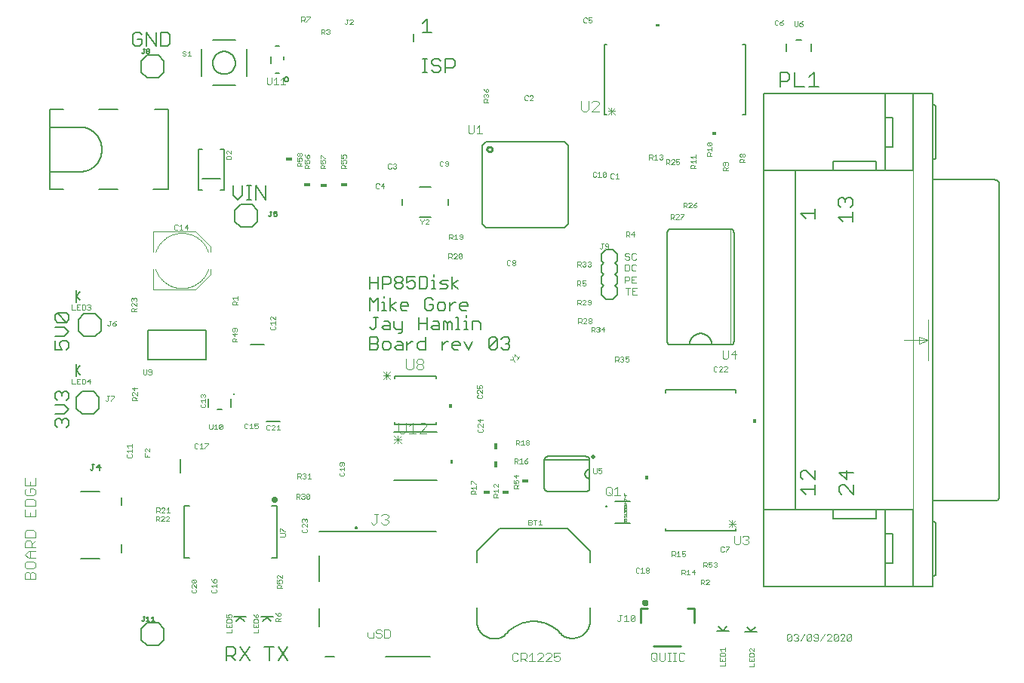
<source format=gbr>
G04 EAGLE Gerber RS-274X export*
G75*
%MOMM*%
%FSLAX34Y34*%
%LPD*%
%INSilkscreen Top*%
%IPPOS*%
%AMOC8*
5,1,8,0,0,1.08239X$1,22.5*%
G01*
%ADD10C,0.127000*%
%ADD11C,0.076200*%
%ADD12C,0.050800*%
%ADD13C,0.203200*%
%ADD14R,0.762000X0.381000*%
%ADD15R,0.381000X0.762000*%
%ADD16C,0.254000*%
%ADD17C,0.101600*%
%ADD18C,0.254000*%
%ADD19C,0.152400*%
%ADD20C,0.177800*%
%ADD21R,0.127000X0.508000*%
%ADD22C,0.718400*%
%ADD23C,0.400000*%
%ADD24C,0.025400*%
%ADD25C,0.200000*%
%ADD26C,0.508000*%

G36*
X691357Y727184D02*
X691357Y727184D01*
X691359Y727183D01*
X691402Y727203D01*
X691446Y727221D01*
X691446Y727223D01*
X691448Y727224D01*
X691481Y727309D01*
X691481Y729849D01*
X691480Y729851D01*
X691481Y729853D01*
X691461Y729896D01*
X691443Y729940D01*
X691441Y729940D01*
X691440Y729942D01*
X691355Y729975D01*
X687545Y729975D01*
X687543Y729974D01*
X687541Y729975D01*
X687498Y729955D01*
X687454Y729937D01*
X687454Y729935D01*
X687452Y729934D01*
X687419Y729849D01*
X687419Y727309D01*
X687420Y727307D01*
X687419Y727305D01*
X687439Y727262D01*
X687457Y727218D01*
X687459Y727218D01*
X687460Y727216D01*
X687545Y727183D01*
X691355Y727183D01*
X691357Y727184D01*
G37*
G36*
X754946Y606063D02*
X754946Y606063D01*
X754946Y606065D01*
X754948Y606066D01*
X754981Y606151D01*
X754981Y608691D01*
X754980Y608693D01*
X754981Y608695D01*
X754961Y608738D01*
X754943Y608782D01*
X754941Y608782D01*
X754940Y608784D01*
X754855Y608817D01*
X751045Y608817D01*
X751043Y608816D01*
X751041Y608817D01*
X750998Y608797D01*
X750954Y608779D01*
X750954Y608777D01*
X750952Y608776D01*
X750919Y608691D01*
X750919Y606151D01*
X750920Y606149D01*
X750919Y606147D01*
X750939Y606104D01*
X750957Y606060D01*
X750959Y606060D01*
X750960Y606058D01*
X751045Y606025D01*
X754855Y606025D01*
X754857Y606026D01*
X754859Y606025D01*
X754902Y606045D01*
X754946Y606063D01*
G37*
G36*
X458142Y298970D02*
X458142Y298970D01*
X458144Y298969D01*
X458187Y298989D01*
X458231Y299007D01*
X458231Y299009D01*
X458233Y299010D01*
X458266Y299095D01*
X458266Y302905D01*
X458265Y302907D01*
X458266Y302909D01*
X458246Y302952D01*
X458228Y302996D01*
X458226Y302996D01*
X458225Y302998D01*
X458140Y303031D01*
X455600Y303031D01*
X455598Y303030D01*
X455596Y303031D01*
X455553Y303011D01*
X455509Y302993D01*
X455509Y302991D01*
X455507Y302990D01*
X455474Y302905D01*
X455474Y299095D01*
X455475Y299093D01*
X455474Y299091D01*
X455494Y299048D01*
X455512Y299004D01*
X455514Y299004D01*
X455515Y299002D01*
X455600Y298969D01*
X458140Y298969D01*
X458142Y298970D01*
G37*
G36*
X799351Y282420D02*
X799351Y282420D01*
X799353Y282419D01*
X799396Y282439D01*
X799440Y282457D01*
X799440Y282459D01*
X799442Y282460D01*
X799475Y282545D01*
X799475Y286355D01*
X799474Y286357D01*
X799475Y286359D01*
X799455Y286402D01*
X799437Y286446D01*
X799435Y286446D01*
X799434Y286448D01*
X799349Y286481D01*
X796809Y286481D01*
X796807Y286480D01*
X796805Y286481D01*
X796762Y286461D01*
X796718Y286443D01*
X796718Y286441D01*
X796716Y286440D01*
X796683Y286355D01*
X796683Y282545D01*
X796684Y282543D01*
X796683Y282541D01*
X796703Y282498D01*
X796721Y282454D01*
X796723Y282454D01*
X796724Y282452D01*
X796809Y282419D01*
X799349Y282419D01*
X799351Y282420D01*
G37*
G36*
X459158Y236470D02*
X459158Y236470D01*
X459160Y236469D01*
X459203Y236489D01*
X459247Y236507D01*
X459247Y236509D01*
X459249Y236510D01*
X459282Y236595D01*
X459282Y240405D01*
X459281Y240407D01*
X459282Y240409D01*
X459262Y240452D01*
X459244Y240496D01*
X459242Y240496D01*
X459241Y240498D01*
X459156Y240531D01*
X456616Y240531D01*
X456614Y240530D01*
X456612Y240531D01*
X456569Y240511D01*
X456525Y240493D01*
X456525Y240491D01*
X456523Y240490D01*
X456490Y240405D01*
X456490Y236595D01*
X456491Y236593D01*
X456490Y236591D01*
X456510Y236548D01*
X456528Y236504D01*
X456530Y236504D01*
X456531Y236502D01*
X456616Y236469D01*
X459156Y236469D01*
X459158Y236470D01*
G37*
G36*
X678193Y218920D02*
X678193Y218920D01*
X678195Y218919D01*
X678238Y218939D01*
X678282Y218957D01*
X678282Y218959D01*
X678284Y218960D01*
X678317Y219045D01*
X678317Y222855D01*
X678316Y222857D01*
X678317Y222859D01*
X678297Y222902D01*
X678279Y222946D01*
X678277Y222946D01*
X678276Y222948D01*
X678191Y222981D01*
X675651Y222981D01*
X675649Y222980D01*
X675647Y222981D01*
X675604Y222961D01*
X675560Y222943D01*
X675560Y222941D01*
X675558Y222940D01*
X675525Y222855D01*
X675525Y219045D01*
X675526Y219043D01*
X675525Y219041D01*
X675545Y218998D01*
X675563Y218954D01*
X675565Y218954D01*
X675566Y218952D01*
X675651Y218919D01*
X678191Y218919D01*
X678193Y218920D01*
G37*
D10*
X366635Y364635D02*
X366635Y378377D01*
X373506Y378377D01*
X375796Y376086D01*
X375796Y373796D01*
X373506Y371506D01*
X375796Y369216D01*
X375796Y366925D01*
X373506Y364635D01*
X366635Y364635D01*
X366635Y371506D02*
X373506Y371506D01*
X382737Y364635D02*
X387318Y364635D01*
X389608Y366925D01*
X389608Y371506D01*
X387318Y373796D01*
X382737Y373796D01*
X380447Y371506D01*
X380447Y366925D01*
X382737Y364635D01*
X396549Y373796D02*
X401129Y373796D01*
X403420Y371506D01*
X403420Y364635D01*
X396549Y364635D01*
X394259Y366925D01*
X396549Y369216D01*
X403420Y369216D01*
X408070Y373796D02*
X408070Y364635D01*
X408070Y369216D02*
X412651Y373796D01*
X414941Y373796D01*
X428741Y378377D02*
X428741Y364635D01*
X421870Y364635D01*
X419580Y366925D01*
X419580Y371506D01*
X421870Y373796D01*
X428741Y373796D01*
X447204Y373796D02*
X447204Y364635D01*
X447204Y369216D02*
X451784Y373796D01*
X454075Y373796D01*
X461004Y364635D02*
X465584Y364635D01*
X461004Y364635D02*
X458714Y366925D01*
X458714Y371506D01*
X461004Y373796D01*
X465584Y373796D01*
X467875Y371506D01*
X467875Y369216D01*
X458714Y369216D01*
X472525Y373796D02*
X477106Y364635D01*
X481686Y373796D01*
X500149Y376086D02*
X500149Y366925D01*
X500149Y376086D02*
X502439Y378377D01*
X507020Y378377D01*
X509310Y376086D01*
X509310Y366925D01*
X507020Y364635D01*
X502439Y364635D01*
X500149Y366925D01*
X509310Y376086D01*
X513961Y376086D02*
X516251Y378377D01*
X520832Y378377D01*
X523122Y376086D01*
X523122Y373796D01*
X520832Y371506D01*
X518541Y371506D01*
X520832Y371506D02*
X523122Y369216D01*
X523122Y366925D01*
X520832Y364635D01*
X516251Y364635D01*
X513961Y366925D01*
X366135Y408635D02*
X366135Y422377D01*
X370716Y417796D01*
X375296Y422377D01*
X375296Y408635D01*
X379947Y417796D02*
X382237Y417796D01*
X382237Y408635D01*
X379947Y408635D02*
X384527Y408635D01*
X382237Y422377D02*
X382237Y424667D01*
X389155Y422377D02*
X389155Y408635D01*
X389155Y413216D02*
X396025Y408635D01*
X389155Y413216D02*
X396025Y417796D01*
X402955Y408635D02*
X407535Y408635D01*
X402955Y408635D02*
X400664Y410925D01*
X400664Y415506D01*
X402955Y417796D01*
X407535Y417796D01*
X409826Y415506D01*
X409826Y413216D01*
X400664Y413216D01*
X435159Y422377D02*
X437449Y420086D01*
X435159Y422377D02*
X430578Y422377D01*
X428288Y420086D01*
X428288Y410925D01*
X430578Y408635D01*
X435159Y408635D01*
X437449Y410925D01*
X437449Y415506D01*
X432869Y415506D01*
X444390Y408635D02*
X448971Y408635D01*
X451261Y410925D01*
X451261Y415506D01*
X448971Y417796D01*
X444390Y417796D01*
X442100Y415506D01*
X442100Y410925D01*
X444390Y408635D01*
X455912Y408635D02*
X455912Y417796D01*
X455912Y413216D02*
X460492Y417796D01*
X462782Y417796D01*
X469712Y408635D02*
X474292Y408635D01*
X469712Y408635D02*
X467421Y410925D01*
X467421Y415506D01*
X469712Y417796D01*
X474292Y417796D01*
X476583Y415506D01*
X476583Y413216D01*
X467421Y413216D01*
X368425Y387135D02*
X366135Y389425D01*
X368425Y387135D02*
X370716Y387135D01*
X373006Y389425D01*
X373006Y400877D01*
X370716Y400877D02*
X375296Y400877D01*
X382237Y396296D02*
X386818Y396296D01*
X389108Y394006D01*
X389108Y387135D01*
X382237Y387135D01*
X379947Y389425D01*
X382237Y391716D01*
X389108Y391716D01*
X393759Y389425D02*
X393759Y396296D01*
X393759Y389425D02*
X396049Y387135D01*
X402920Y387135D01*
X402920Y384845D02*
X402920Y396296D01*
X402920Y384845D02*
X400629Y382554D01*
X398339Y382554D01*
X421382Y387135D02*
X421382Y400877D01*
X421382Y394006D02*
X430543Y394006D01*
X430543Y400877D02*
X430543Y387135D01*
X437484Y396296D02*
X442065Y396296D01*
X444355Y394006D01*
X444355Y387135D01*
X437484Y387135D01*
X435194Y389425D01*
X437484Y391716D01*
X444355Y391716D01*
X449006Y396296D02*
X449006Y387135D01*
X449006Y396296D02*
X451296Y396296D01*
X453586Y394006D01*
X453586Y387135D01*
X453586Y394006D02*
X455877Y396296D01*
X458167Y394006D01*
X458167Y387135D01*
X462817Y400877D02*
X465108Y400877D01*
X465108Y387135D01*
X467398Y387135D02*
X462817Y387135D01*
X472025Y396296D02*
X474316Y396296D01*
X474316Y387135D01*
X476606Y387135D02*
X472025Y387135D01*
X474316Y400877D02*
X474316Y403167D01*
X481233Y396296D02*
X481233Y387135D01*
X481233Y396296D02*
X488104Y396296D01*
X490394Y394006D01*
X490394Y387135D01*
X13122Y374665D02*
X13122Y364327D01*
X20875Y364327D01*
X18291Y369496D01*
X18291Y372080D01*
X20875Y374665D01*
X26044Y374665D01*
X28629Y372080D01*
X28629Y366911D01*
X26044Y364327D01*
X23460Y379763D02*
X13122Y379763D01*
X23460Y379763D02*
X28629Y384932D01*
X23460Y390101D01*
X13122Y390101D01*
X15706Y395199D02*
X26044Y395199D01*
X15706Y395199D02*
X13122Y397783D01*
X13122Y402953D01*
X15706Y405537D01*
X26044Y405537D01*
X28629Y402953D01*
X28629Y397783D01*
X26044Y395199D01*
X15706Y405537D01*
X13122Y279411D02*
X15706Y276827D01*
X13122Y279411D02*
X13122Y284580D01*
X15706Y287165D01*
X18291Y287165D01*
X20875Y284580D01*
X20875Y281996D01*
X20875Y284580D02*
X23460Y287165D01*
X26044Y287165D01*
X28629Y284580D01*
X28629Y279411D01*
X26044Y276827D01*
X23460Y292263D02*
X13122Y292263D01*
X23460Y292263D02*
X28629Y297432D01*
X23460Y302601D01*
X13122Y302601D01*
X15706Y307699D02*
X13122Y310283D01*
X13122Y315453D01*
X15706Y318037D01*
X18291Y318037D01*
X20875Y315453D01*
X20875Y312868D01*
X20875Y315453D02*
X23460Y318037D01*
X26044Y318037D01*
X28629Y315453D01*
X28629Y310283D01*
X26044Y307699D01*
X213135Y538304D02*
X213135Y548642D01*
X213135Y538304D02*
X218304Y533135D01*
X223473Y538304D01*
X223473Y548642D01*
X228571Y533135D02*
X233740Y533135D01*
X231156Y533135D02*
X231156Y548642D01*
X233740Y548642D02*
X228571Y548642D01*
X238862Y548642D02*
X238862Y533135D01*
X249200Y533135D02*
X238862Y548642D01*
X249200Y548642D02*
X249200Y533135D01*
X110973Y718558D02*
X108389Y721142D01*
X103220Y721142D01*
X100635Y718558D01*
X100635Y708220D01*
X103220Y705635D01*
X108389Y705635D01*
X110973Y708220D01*
X110973Y713389D01*
X105804Y713389D01*
X116071Y721142D02*
X116071Y705635D01*
X126409Y705635D02*
X116071Y721142D01*
X126409Y721142D02*
X126409Y705635D01*
X131507Y705635D02*
X131507Y721142D01*
X131507Y705635D02*
X139261Y705635D01*
X141845Y708220D01*
X141845Y718558D01*
X139261Y721142D01*
X131507Y721142D01*
X425635Y675635D02*
X430804Y675635D01*
X428220Y675635D02*
X428220Y691142D01*
X430804Y691142D02*
X425635Y691142D01*
X443679Y691142D02*
X446264Y688558D01*
X443679Y691142D02*
X438510Y691142D01*
X435926Y688558D01*
X435926Y685973D01*
X438510Y683389D01*
X443679Y683389D01*
X446264Y680804D01*
X446264Y678220D01*
X443679Y675635D01*
X438510Y675635D01*
X435926Y678220D01*
X451362Y675635D02*
X451362Y691142D01*
X459115Y691142D01*
X461700Y688558D01*
X461700Y683389D01*
X459115Y680804D01*
X451362Y680804D01*
X425635Y730973D02*
X430804Y736142D01*
X430804Y720635D01*
X425635Y720635D02*
X435973Y720635D01*
X253304Y31142D02*
X253304Y15635D01*
X248135Y31142D02*
X258473Y31142D01*
X263571Y31142D02*
X273909Y15635D01*
X263571Y15635D02*
X273909Y31142D01*
X205635Y31142D02*
X205635Y15635D01*
X205635Y31142D02*
X213389Y31142D01*
X215973Y28558D01*
X215973Y23389D01*
X213389Y20804D01*
X205635Y20804D01*
X210804Y20804D02*
X215973Y15635D01*
X231409Y15635D02*
X221071Y31142D01*
X231409Y31142D02*
X221071Y15635D01*
X366635Y433135D02*
X366635Y446877D01*
X366635Y440006D02*
X375796Y440006D01*
X375796Y446877D02*
X375796Y433135D01*
X380447Y433135D02*
X380447Y446877D01*
X387318Y446877D01*
X389608Y444586D01*
X389608Y440006D01*
X387318Y437716D01*
X380447Y437716D01*
X394259Y444586D02*
X396549Y446877D01*
X401129Y446877D01*
X403420Y444586D01*
X403420Y442296D01*
X401129Y440006D01*
X403420Y437716D01*
X403420Y435425D01*
X401129Y433135D01*
X396549Y433135D01*
X394259Y435425D01*
X394259Y437716D01*
X396549Y440006D01*
X394259Y442296D01*
X394259Y444586D01*
X396549Y440006D02*
X401129Y440006D01*
X408070Y446877D02*
X417232Y446877D01*
X408070Y446877D02*
X408070Y440006D01*
X412651Y442296D01*
X414941Y442296D01*
X417232Y440006D01*
X417232Y435425D01*
X414941Y433135D01*
X410361Y433135D01*
X408070Y435425D01*
X421882Y433135D02*
X421882Y446877D01*
X421882Y433135D02*
X428753Y433135D01*
X431043Y435425D01*
X431043Y444586D01*
X428753Y446877D01*
X421882Y446877D01*
X435694Y442296D02*
X437984Y442296D01*
X437984Y433135D01*
X435694Y433135D02*
X440274Y433135D01*
X437984Y446877D02*
X437984Y449167D01*
X444902Y433135D02*
X451773Y433135D01*
X454063Y435425D01*
X451773Y437716D01*
X447192Y437716D01*
X444902Y440006D01*
X447192Y442296D01*
X454063Y442296D01*
X458714Y446877D02*
X458714Y433135D01*
X458714Y437716D02*
X465584Y433135D01*
X458714Y437716D02*
X465584Y442296D01*
D11*
X681881Y22719D02*
X681881Y16449D01*
X681881Y22719D02*
X683449Y24287D01*
X686584Y24287D01*
X688152Y22719D01*
X688152Y16449D01*
X686584Y14881D01*
X683449Y14881D01*
X681881Y16449D01*
X685016Y18016D02*
X688152Y14881D01*
X691236Y16449D02*
X691236Y24287D01*
X691236Y16449D02*
X692804Y14881D01*
X695939Y14881D01*
X697507Y16449D01*
X697507Y24287D01*
X700591Y14881D02*
X703727Y14881D01*
X702159Y14881D02*
X702159Y24287D01*
X700591Y24287D02*
X703727Y24287D01*
X706828Y14881D02*
X709964Y14881D01*
X708396Y14881D02*
X708396Y24287D01*
X706828Y24287D02*
X709964Y24287D01*
X717768Y24287D02*
X719336Y22719D01*
X717768Y24287D02*
X714633Y24287D01*
X713065Y22719D01*
X713065Y16449D01*
X714633Y14881D01*
X717768Y14881D01*
X719336Y16449D01*
X655838Y426381D02*
X655838Y433753D01*
X653381Y433753D02*
X658296Y433753D01*
X660865Y433753D02*
X665780Y433753D01*
X660865Y433753D02*
X660865Y426381D01*
X665780Y426381D01*
X663323Y430067D02*
X660865Y430067D01*
X652881Y439381D02*
X652881Y446753D01*
X656567Y446753D01*
X657796Y445525D01*
X657796Y443067D01*
X656567Y441838D01*
X652881Y441838D01*
X660365Y446753D02*
X665280Y446753D01*
X660365Y446753D02*
X660365Y439381D01*
X665280Y439381D01*
X662823Y443067D02*
X660365Y443067D01*
X652881Y452881D02*
X652881Y460253D01*
X652881Y452881D02*
X656567Y452881D01*
X657796Y454110D01*
X657796Y459025D01*
X656567Y460253D01*
X652881Y460253D01*
X664051Y460253D02*
X665280Y459025D01*
X664051Y460253D02*
X661594Y460253D01*
X660365Y459025D01*
X660365Y454110D01*
X661594Y452881D01*
X664051Y452881D01*
X665280Y454110D01*
X657796Y471525D02*
X656567Y472753D01*
X654110Y472753D01*
X652881Y471525D01*
X652881Y470296D01*
X654110Y469067D01*
X656567Y469067D01*
X657796Y467838D01*
X657796Y466610D01*
X656567Y465381D01*
X654110Y465381D01*
X652881Y466610D01*
X664051Y472753D02*
X665280Y471525D01*
X664051Y472753D02*
X661594Y472753D01*
X660365Y471525D01*
X660365Y466610D01*
X661594Y465381D01*
X664051Y465381D01*
X665280Y466610D01*
X834381Y43525D02*
X834381Y38610D01*
X834381Y43525D02*
X835610Y44753D01*
X838067Y44753D01*
X839296Y43525D01*
X839296Y38610D01*
X838067Y37381D01*
X835610Y37381D01*
X834381Y38610D01*
X839296Y43525D01*
X841865Y43525D02*
X843094Y44753D01*
X845551Y44753D01*
X846780Y43525D01*
X846780Y42296D01*
X845551Y41067D01*
X844323Y41067D01*
X845551Y41067D02*
X846780Y39838D01*
X846780Y38610D01*
X845551Y37381D01*
X843094Y37381D01*
X841865Y38610D01*
X849349Y37381D02*
X854264Y44753D01*
X856833Y43525D02*
X856833Y38610D01*
X856833Y43525D02*
X858062Y44753D01*
X860520Y44753D01*
X861748Y43525D01*
X861748Y38610D01*
X860520Y37381D01*
X858062Y37381D01*
X856833Y38610D01*
X861748Y43525D01*
X864318Y38610D02*
X865546Y37381D01*
X868004Y37381D01*
X869232Y38610D01*
X869232Y43525D01*
X868004Y44753D01*
X865546Y44753D01*
X864318Y43525D01*
X864318Y42296D01*
X865546Y41067D01*
X869232Y41067D01*
X871802Y37381D02*
X876717Y44753D01*
X879286Y37381D02*
X884201Y37381D01*
X879286Y37381D02*
X884201Y42296D01*
X884201Y43525D01*
X882972Y44753D01*
X880515Y44753D01*
X879286Y43525D01*
X886770Y43525D02*
X886770Y38610D01*
X886770Y43525D02*
X887999Y44753D01*
X890456Y44753D01*
X891685Y43525D01*
X891685Y38610D01*
X890456Y37381D01*
X887999Y37381D01*
X886770Y38610D01*
X891685Y43525D01*
X894254Y37381D02*
X899169Y37381D01*
X894254Y37381D02*
X899169Y42296D01*
X899169Y43525D01*
X897940Y44753D01*
X895483Y44753D01*
X894254Y43525D01*
X901738Y43525D02*
X901738Y38610D01*
X901738Y43525D02*
X902967Y44753D01*
X905425Y44753D01*
X906653Y43525D01*
X906653Y38610D01*
X905425Y37381D01*
X902967Y37381D01*
X901738Y38610D01*
X906653Y43525D01*
X532652Y22219D02*
X531084Y23787D01*
X527949Y23787D01*
X526381Y22219D01*
X526381Y15949D01*
X527949Y14381D01*
X531084Y14381D01*
X532652Y15949D01*
X535736Y14381D02*
X535736Y23787D01*
X540439Y23787D01*
X542007Y22219D01*
X542007Y19084D01*
X540439Y17516D01*
X535736Y17516D01*
X538872Y17516D02*
X542007Y14381D01*
X545091Y20652D02*
X548227Y23787D01*
X548227Y14381D01*
X551362Y14381D02*
X545091Y14381D01*
X554447Y14381D02*
X560717Y14381D01*
X554447Y14381D02*
X560717Y20652D01*
X560717Y22219D01*
X559150Y23787D01*
X556014Y23787D01*
X554447Y22219D01*
X563802Y14381D02*
X570072Y14381D01*
X563802Y14381D02*
X570072Y20652D01*
X570072Y22219D01*
X568505Y23787D01*
X565369Y23787D01*
X563802Y22219D01*
X573157Y23787D02*
X579428Y23787D01*
X573157Y23787D02*
X573157Y19084D01*
X576292Y20652D01*
X577860Y20652D01*
X579428Y19084D01*
X579428Y15949D01*
X577860Y14381D01*
X574725Y14381D01*
X573157Y15949D01*
X363881Y42449D02*
X363881Y47152D01*
X363881Y42449D02*
X365449Y40881D01*
X370152Y40881D01*
X370152Y47152D01*
X377939Y50287D02*
X379507Y48719D01*
X377939Y50287D02*
X374804Y50287D01*
X373236Y48719D01*
X373236Y47152D01*
X374804Y45584D01*
X377939Y45584D01*
X379507Y44016D01*
X379507Y42449D01*
X377939Y40881D01*
X374804Y40881D01*
X373236Y42449D01*
X382591Y40881D02*
X382591Y50287D01*
X382591Y40881D02*
X387294Y40881D01*
X388862Y42449D01*
X388862Y48719D01*
X387294Y50287D01*
X382591Y50287D01*
D12*
X640469Y561455D02*
X639537Y562387D01*
X637673Y562387D01*
X636741Y561455D01*
X636741Y557726D01*
X637673Y556794D01*
X639537Y556794D01*
X640469Y557726D01*
X642354Y560523D02*
X644218Y562387D01*
X644218Y556794D01*
X642354Y556794D02*
X646083Y556794D01*
X737841Y106287D02*
X737841Y100694D01*
X737841Y106287D02*
X740637Y106287D01*
X741569Y105355D01*
X741569Y103490D01*
X740637Y102558D01*
X737841Y102558D01*
X739705Y102558D02*
X741569Y100694D01*
X743454Y100694D02*
X747183Y100694D01*
X743454Y100694D02*
X747183Y104423D01*
X747183Y105355D01*
X746250Y106287D01*
X744386Y106287D01*
X743454Y105355D01*
X311964Y718824D02*
X311964Y724417D01*
X314760Y724417D01*
X315693Y723485D01*
X315693Y721620D01*
X314760Y720688D01*
X311964Y720688D01*
X313828Y720688D02*
X315693Y718824D01*
X317577Y723485D02*
X318509Y724417D01*
X320373Y724417D01*
X321306Y723485D01*
X321306Y722553D01*
X320373Y721620D01*
X319441Y721620D01*
X320373Y721620D02*
X321306Y720688D01*
X321306Y719756D01*
X320373Y718824D01*
X318509Y718824D01*
X317577Y719756D01*
X543037Y650167D02*
X543969Y649235D01*
X543037Y650167D02*
X541173Y650167D01*
X540241Y649235D01*
X540241Y645506D01*
X541173Y644574D01*
X543037Y644574D01*
X543969Y645506D01*
X545854Y644574D02*
X549583Y644574D01*
X545854Y644574D02*
X549583Y648303D01*
X549583Y649235D01*
X548650Y650167D01*
X546786Y650167D01*
X545854Y649235D01*
D13*
X755545Y48263D02*
X769195Y48263D01*
X767133Y53213D02*
X762370Y48450D01*
X757608Y53213D01*
D12*
X759258Y9228D02*
X764851Y9228D01*
X764851Y12956D01*
X759258Y14841D02*
X759258Y18569D01*
X759258Y14841D02*
X764851Y14841D01*
X764851Y18569D01*
X762055Y16705D02*
X762055Y14841D01*
X764851Y20454D02*
X759258Y20454D01*
X764851Y20454D02*
X764851Y23250D01*
X763919Y24182D01*
X760190Y24182D01*
X759258Y23250D01*
X759258Y20454D01*
X761123Y26067D02*
X759258Y27931D01*
X764851Y27931D01*
X764851Y26067D02*
X764851Y29796D01*
D13*
X215200Y661300D02*
X190100Y661300D01*
X177400Y671300D02*
X177400Y702100D01*
X190400Y712100D02*
X215200Y712100D01*
X228200Y702100D02*
X228200Y671300D01*
X190100Y686700D02*
X190104Y687012D01*
X190115Y687323D01*
X190134Y687634D01*
X190161Y687945D01*
X190196Y688255D01*
X190237Y688563D01*
X190287Y688871D01*
X190344Y689178D01*
X190409Y689483D01*
X190481Y689786D01*
X190560Y690087D01*
X190647Y690387D01*
X190741Y690684D01*
X190842Y690979D01*
X190951Y691271D01*
X191067Y691560D01*
X191190Y691847D01*
X191319Y692130D01*
X191456Y692410D01*
X191600Y692687D01*
X191750Y692960D01*
X191907Y693229D01*
X192070Y693494D01*
X192240Y693756D01*
X192417Y694013D01*
X192599Y694265D01*
X192788Y694513D01*
X192983Y694757D01*
X193183Y694995D01*
X193390Y695229D01*
X193602Y695457D01*
X193820Y695680D01*
X194043Y695898D01*
X194271Y696110D01*
X194505Y696317D01*
X194743Y696517D01*
X194987Y696712D01*
X195235Y696901D01*
X195487Y697083D01*
X195744Y697260D01*
X196006Y697430D01*
X196271Y697593D01*
X196540Y697750D01*
X196813Y697900D01*
X197090Y698044D01*
X197370Y698181D01*
X197653Y698310D01*
X197940Y698433D01*
X198229Y698549D01*
X198521Y698658D01*
X198816Y698759D01*
X199113Y698853D01*
X199413Y698940D01*
X199714Y699019D01*
X200017Y699091D01*
X200322Y699156D01*
X200629Y699213D01*
X200937Y699263D01*
X201245Y699304D01*
X201555Y699339D01*
X201866Y699366D01*
X202177Y699385D01*
X202488Y699396D01*
X202800Y699400D01*
X203112Y699396D01*
X203423Y699385D01*
X203734Y699366D01*
X204045Y699339D01*
X204355Y699304D01*
X204663Y699263D01*
X204971Y699213D01*
X205278Y699156D01*
X205583Y699091D01*
X205886Y699019D01*
X206187Y698940D01*
X206487Y698853D01*
X206784Y698759D01*
X207079Y698658D01*
X207371Y698549D01*
X207660Y698433D01*
X207947Y698310D01*
X208230Y698181D01*
X208510Y698044D01*
X208787Y697900D01*
X209060Y697750D01*
X209329Y697593D01*
X209594Y697430D01*
X209856Y697260D01*
X210113Y697083D01*
X210365Y696901D01*
X210613Y696712D01*
X210857Y696517D01*
X211095Y696317D01*
X211329Y696110D01*
X211557Y695898D01*
X211780Y695680D01*
X211998Y695457D01*
X212210Y695229D01*
X212417Y694995D01*
X212617Y694757D01*
X212812Y694513D01*
X213001Y694265D01*
X213183Y694013D01*
X213360Y693756D01*
X213530Y693494D01*
X213693Y693229D01*
X213850Y692960D01*
X214000Y692687D01*
X214144Y692410D01*
X214281Y692130D01*
X214410Y691847D01*
X214533Y691560D01*
X214649Y691271D01*
X214758Y690979D01*
X214859Y690684D01*
X214953Y690387D01*
X215040Y690087D01*
X215119Y689786D01*
X215191Y689483D01*
X215256Y689178D01*
X215313Y688871D01*
X215363Y688563D01*
X215404Y688255D01*
X215439Y687945D01*
X215466Y687634D01*
X215485Y687323D01*
X215496Y687012D01*
X215500Y686700D01*
X215496Y686388D01*
X215485Y686077D01*
X215466Y685766D01*
X215439Y685455D01*
X215404Y685145D01*
X215363Y684837D01*
X215313Y684529D01*
X215256Y684222D01*
X215191Y683917D01*
X215119Y683614D01*
X215040Y683313D01*
X214953Y683013D01*
X214859Y682716D01*
X214758Y682421D01*
X214649Y682129D01*
X214533Y681840D01*
X214410Y681553D01*
X214281Y681270D01*
X214144Y680990D01*
X214000Y680713D01*
X213850Y680440D01*
X213693Y680171D01*
X213530Y679906D01*
X213360Y679644D01*
X213183Y679387D01*
X213001Y679135D01*
X212812Y678887D01*
X212617Y678643D01*
X212417Y678405D01*
X212210Y678171D01*
X211998Y677943D01*
X211780Y677720D01*
X211557Y677502D01*
X211329Y677290D01*
X211095Y677083D01*
X210857Y676883D01*
X210613Y676688D01*
X210365Y676499D01*
X210113Y676317D01*
X209856Y676140D01*
X209594Y675970D01*
X209329Y675807D01*
X209060Y675650D01*
X208787Y675500D01*
X208510Y675356D01*
X208230Y675219D01*
X207947Y675090D01*
X207660Y674967D01*
X207371Y674851D01*
X207079Y674742D01*
X206784Y674641D01*
X206487Y674547D01*
X206187Y674460D01*
X205886Y674381D01*
X205583Y674309D01*
X205278Y674244D01*
X204971Y674187D01*
X204663Y674137D01*
X204355Y674096D01*
X204045Y674061D01*
X203734Y674034D01*
X203423Y674015D01*
X203112Y674004D01*
X202800Y674000D01*
X202488Y674004D01*
X202177Y674015D01*
X201866Y674034D01*
X201555Y674061D01*
X201245Y674096D01*
X200937Y674137D01*
X200629Y674187D01*
X200322Y674244D01*
X200017Y674309D01*
X199714Y674381D01*
X199413Y674460D01*
X199113Y674547D01*
X198816Y674641D01*
X198521Y674742D01*
X198229Y674851D01*
X197940Y674967D01*
X197653Y675090D01*
X197370Y675219D01*
X197090Y675356D01*
X196813Y675500D01*
X196540Y675650D01*
X196271Y675807D01*
X196006Y675970D01*
X195744Y676140D01*
X195487Y676317D01*
X195235Y676499D01*
X194987Y676688D01*
X194743Y676883D01*
X194505Y677083D01*
X194271Y677290D01*
X194043Y677502D01*
X193820Y677720D01*
X193602Y677943D01*
X193390Y678171D01*
X193183Y678405D01*
X192983Y678643D01*
X192788Y678887D01*
X192599Y679135D01*
X192417Y679387D01*
X192240Y679644D01*
X192070Y679906D01*
X191907Y680171D01*
X191750Y680440D01*
X191600Y680713D01*
X191456Y680990D01*
X191319Y681270D01*
X191190Y681553D01*
X191067Y681840D01*
X190951Y682129D01*
X190842Y682421D01*
X190741Y682716D01*
X190647Y683013D01*
X190560Y683313D01*
X190481Y683614D01*
X190409Y683917D01*
X190344Y684222D01*
X190287Y684529D01*
X190237Y684837D01*
X190196Y685145D01*
X190161Y685455D01*
X190134Y685766D01*
X190115Y686077D01*
X190104Y686388D01*
X190100Y686700D01*
D12*
X159946Y698839D02*
X159014Y699771D01*
X157150Y699771D01*
X156218Y698839D01*
X156218Y697907D01*
X157150Y696974D01*
X159014Y696974D01*
X159946Y696042D01*
X159946Y695110D01*
X159014Y694178D01*
X157150Y694178D01*
X156218Y695110D01*
X161831Y697907D02*
X163695Y699771D01*
X163695Y694178D01*
X161831Y694178D02*
X165559Y694178D01*
D14*
X519000Y204400D03*
D12*
X510626Y198764D02*
X505033Y198764D01*
X505033Y201560D01*
X505965Y202493D01*
X507830Y202493D01*
X508762Y201560D01*
X508762Y198764D01*
X508762Y200628D02*
X510626Y202493D01*
X506898Y204377D02*
X505033Y206241D01*
X510626Y206241D01*
X510626Y204377D02*
X510626Y208106D01*
X510626Y209990D02*
X510626Y213719D01*
X506898Y213719D02*
X510626Y209990D01*
X506898Y213719D02*
X505965Y213719D01*
X505033Y212787D01*
X505033Y210922D01*
X505965Y209990D01*
D15*
X507900Y235500D03*
D12*
X528664Y236874D02*
X528664Y242467D01*
X531460Y242467D01*
X532393Y241535D01*
X532393Y239670D01*
X531460Y238738D01*
X528664Y238738D01*
X530528Y238738D02*
X532393Y236874D01*
X534277Y240603D02*
X536141Y242467D01*
X536141Y236874D01*
X534277Y236874D02*
X538006Y236874D01*
X541754Y241535D02*
X543619Y242467D01*
X541754Y241535D02*
X539890Y239670D01*
X539890Y237806D01*
X540822Y236874D01*
X542687Y236874D01*
X543619Y237806D01*
X543619Y238738D01*
X542687Y239670D01*
X539890Y239670D01*
D14*
X497100Y204400D03*
D12*
X485726Y202264D02*
X480133Y202264D01*
X480133Y205060D01*
X481065Y205993D01*
X482930Y205993D01*
X483862Y205060D01*
X483862Y202264D01*
X483862Y204128D02*
X485726Y205993D01*
X481998Y207877D02*
X480133Y209741D01*
X485726Y209741D01*
X485726Y207877D02*
X485726Y211606D01*
X480133Y213490D02*
X480133Y217219D01*
X481065Y217219D01*
X484794Y213490D01*
X485726Y213490D01*
D15*
X507900Y255900D03*
D12*
X530264Y257274D02*
X530264Y262867D01*
X533060Y262867D01*
X533993Y261935D01*
X533993Y260070D01*
X533060Y259138D01*
X530264Y259138D01*
X532128Y259138D02*
X533993Y257274D01*
X535877Y261003D02*
X537741Y262867D01*
X537741Y257274D01*
X535877Y257274D02*
X539606Y257274D01*
X541490Y261935D02*
X542422Y262867D01*
X544287Y262867D01*
X545219Y261935D01*
X545219Y261003D01*
X544287Y260070D01*
X545219Y259138D01*
X545219Y258206D01*
X544287Y257274D01*
X542422Y257274D01*
X541490Y258206D01*
X541490Y259138D01*
X542422Y260070D01*
X541490Y261003D01*
X541490Y261935D01*
X542422Y260070D02*
X544287Y260070D01*
X94765Y247163D02*
X93833Y246231D01*
X93833Y244366D01*
X94765Y243434D01*
X98494Y243434D01*
X99426Y244366D01*
X99426Y246231D01*
X98494Y247163D01*
X95698Y249047D02*
X93833Y250912D01*
X99426Y250912D01*
X99426Y252776D02*
X99426Y249047D01*
X95698Y254661D02*
X93833Y256525D01*
X99426Y256525D01*
X99426Y254661D02*
X99426Y258389D01*
X260469Y59541D02*
X266062Y59541D01*
X260469Y59541D02*
X260469Y62337D01*
X261401Y63269D01*
X263266Y63269D01*
X264198Y62337D01*
X264198Y59541D01*
X264198Y61405D02*
X266062Y63269D01*
X261401Y67018D02*
X260469Y68882D01*
X261401Y67018D02*
X263266Y65154D01*
X265130Y65154D01*
X266062Y66086D01*
X266062Y67950D01*
X265130Y68882D01*
X264198Y68882D01*
X263266Y67950D01*
X263266Y65154D01*
X455434Y488474D02*
X455434Y494067D01*
X458231Y494067D01*
X459163Y493135D01*
X459163Y491270D01*
X458231Y490338D01*
X455434Y490338D01*
X457299Y490338D02*
X459163Y488474D01*
X461047Y492203D02*
X462912Y494067D01*
X462912Y488474D01*
X464776Y488474D02*
X461047Y488474D01*
X466661Y489406D02*
X467593Y488474D01*
X469457Y488474D01*
X470389Y489406D01*
X470389Y493135D01*
X469457Y494067D01*
X467593Y494067D01*
X466661Y493135D01*
X466661Y492203D01*
X467593Y491270D01*
X470389Y491270D01*
X454734Y472367D02*
X454734Y466774D01*
X454734Y472367D02*
X457531Y472367D01*
X458463Y471435D01*
X458463Y469570D01*
X457531Y468638D01*
X454734Y468638D01*
X456599Y468638D02*
X458463Y466774D01*
X460347Y466774D02*
X464076Y466774D01*
X460347Y466774D02*
X464076Y470503D01*
X464076Y471435D01*
X463144Y472367D01*
X461280Y472367D01*
X460347Y471435D01*
X465961Y471435D02*
X465961Y467706D01*
X465961Y471435D02*
X466893Y472367D01*
X468757Y472367D01*
X469689Y471435D01*
X469689Y467706D01*
X468757Y466774D01*
X466893Y466774D01*
X465961Y467706D01*
X469689Y471435D01*
X189501Y95463D02*
X188569Y94531D01*
X188569Y92666D01*
X189501Y91734D01*
X193230Y91734D01*
X194162Y92666D01*
X194162Y94531D01*
X193230Y95463D01*
X190434Y97347D02*
X188569Y99212D01*
X194162Y99212D01*
X194162Y101076D02*
X194162Y97347D01*
X189501Y104825D02*
X188569Y106689D01*
X189501Y104825D02*
X191366Y102961D01*
X193230Y102961D01*
X194162Y103893D01*
X194162Y105757D01*
X193230Y106689D01*
X192298Y106689D01*
X191366Y105757D01*
X191366Y102961D01*
D13*
X153470Y226380D02*
X153470Y241620D01*
D12*
X172731Y259321D02*
X173663Y258389D01*
X172731Y259321D02*
X170866Y259321D01*
X169934Y258389D01*
X169934Y254660D01*
X170866Y253728D01*
X172731Y253728D01*
X173663Y254660D01*
X175547Y257457D02*
X177412Y259321D01*
X177412Y253728D01*
X179276Y253728D02*
X175547Y253728D01*
X181161Y259321D02*
X184889Y259321D01*
X184889Y258389D01*
X181161Y254660D01*
X181161Y253728D01*
X126934Y186967D02*
X126934Y181374D01*
X126934Y186967D02*
X129731Y186967D01*
X130663Y186035D01*
X130663Y184170D01*
X129731Y183238D01*
X126934Y183238D01*
X128799Y183238D02*
X130663Y181374D01*
X132547Y181374D02*
X136276Y181374D01*
X132547Y181374D02*
X136276Y185103D01*
X136276Y186035D01*
X135344Y186967D01*
X133480Y186967D01*
X132547Y186035D01*
X138161Y185103D02*
X140025Y186967D01*
X140025Y181374D01*
X138161Y181374D02*
X141889Y181374D01*
X126434Y177467D02*
X126434Y171874D01*
X126434Y177467D02*
X129231Y177467D01*
X130163Y176535D01*
X130163Y174670D01*
X129231Y173738D01*
X126434Y173738D01*
X128299Y173738D02*
X130163Y171874D01*
X132047Y171874D02*
X135776Y171874D01*
X132047Y171874D02*
X135776Y175603D01*
X135776Y176535D01*
X134844Y177467D01*
X132980Y177467D01*
X132047Y176535D01*
X137661Y171874D02*
X141389Y171874D01*
X137661Y171874D02*
X141389Y175603D01*
X141389Y176535D01*
X140457Y177467D01*
X138593Y177467D01*
X137661Y176535D01*
X167201Y95163D02*
X166269Y94231D01*
X166269Y92366D01*
X167201Y91434D01*
X170930Y91434D01*
X171862Y92366D01*
X171862Y94231D01*
X170930Y95163D01*
X171862Y97047D02*
X171862Y100776D01*
X168134Y100776D02*
X171862Y97047D01*
X168134Y100776D02*
X167201Y100776D01*
X166269Y99844D01*
X166269Y97980D01*
X167201Y97047D01*
X167201Y102661D02*
X170930Y102661D01*
X167201Y102661D02*
X166269Y103593D01*
X166269Y105457D01*
X167201Y106389D01*
X170930Y106389D01*
X171862Y105457D01*
X171862Y103593D01*
X170930Y102661D01*
X167201Y106389D01*
D13*
X214175Y64238D02*
X227825Y64238D01*
X221000Y64050D02*
X216238Y59288D01*
X221000Y64050D02*
X225763Y59288D01*
D12*
X211221Y46728D02*
X205628Y46728D01*
X211221Y46728D02*
X211221Y50456D01*
X205628Y52341D02*
X205628Y56069D01*
X205628Y52341D02*
X211221Y52341D01*
X211221Y56069D01*
X208425Y54205D02*
X208425Y52341D01*
X211221Y57954D02*
X205628Y57954D01*
X211221Y57954D02*
X211221Y60750D01*
X210289Y61682D01*
X206560Y61682D01*
X205628Y60750D01*
X205628Y57954D01*
X205628Y63567D02*
X205628Y67296D01*
X205628Y63567D02*
X208425Y63567D01*
X207493Y65431D01*
X207493Y66363D01*
X208425Y67296D01*
X210289Y67296D01*
X211221Y66363D01*
X211221Y64499D01*
X210289Y63567D01*
D13*
X244175Y64238D02*
X257825Y64238D01*
X251000Y64050D02*
X246238Y59288D01*
X251000Y64050D02*
X255763Y59288D01*
D12*
X241221Y46728D02*
X235628Y46728D01*
X241221Y46728D02*
X241221Y50456D01*
X235628Y52341D02*
X235628Y56069D01*
X235628Y52341D02*
X241221Y52341D01*
X241221Y56069D01*
X238425Y54205D02*
X238425Y52341D01*
X241221Y57954D02*
X235628Y57954D01*
X241221Y57954D02*
X241221Y60750D01*
X240289Y61682D01*
X236560Y61682D01*
X235628Y60750D01*
X235628Y57954D01*
X236560Y65431D02*
X235628Y67296D01*
X236560Y65431D02*
X238425Y63567D01*
X240289Y63567D01*
X241221Y64499D01*
X241221Y66363D01*
X240289Y67296D01*
X239357Y67296D01*
X238425Y66363D01*
X238425Y63567D01*
X119316Y244241D02*
X113723Y244241D01*
X113723Y247969D01*
X116520Y246105D02*
X116520Y244241D01*
X119316Y249854D02*
X119316Y253583D01*
X115588Y253583D02*
X119316Y249854D01*
X115588Y253583D02*
X114655Y253583D01*
X113723Y252650D01*
X113723Y250786D01*
X114655Y249854D01*
D13*
X861924Y699506D02*
X861924Y708094D01*
X833476Y708094D02*
X833476Y699506D01*
X845016Y711904D02*
X850384Y711904D01*
D12*
X842841Y728740D02*
X842841Y733401D01*
X842841Y728740D02*
X843773Y727808D01*
X845637Y727808D01*
X846569Y728740D01*
X846569Y733401D01*
X850318Y732469D02*
X852182Y733401D01*
X850318Y732469D02*
X848454Y730604D01*
X848454Y728740D01*
X849386Y727808D01*
X851250Y727808D01*
X852182Y728740D01*
X852182Y729672D01*
X851250Y730604D01*
X848454Y730604D01*
D13*
X496700Y597600D02*
X492700Y593600D01*
X496700Y597600D02*
X584700Y597600D01*
X588700Y593600D01*
X588700Y505600D01*
X584700Y501600D01*
X496700Y501600D01*
X492700Y505600D01*
X492700Y593600D01*
D16*
X497873Y589600D02*
X497875Y589706D01*
X497881Y589811D01*
X497891Y589917D01*
X497905Y590021D01*
X497922Y590126D01*
X497944Y590229D01*
X497969Y590332D01*
X497999Y590433D01*
X498032Y590534D01*
X498068Y590633D01*
X498109Y590730D01*
X498153Y590827D01*
X498201Y590921D01*
X498252Y591014D01*
X498306Y591104D01*
X498364Y591193D01*
X498425Y591279D01*
X498490Y591363D01*
X498557Y591444D01*
X498628Y591523D01*
X498701Y591599D01*
X498777Y591672D01*
X498856Y591743D01*
X498937Y591810D01*
X499021Y591875D01*
X499107Y591936D01*
X499196Y591994D01*
X499287Y592048D01*
X499379Y592099D01*
X499473Y592147D01*
X499570Y592191D01*
X499667Y592232D01*
X499766Y592268D01*
X499867Y592301D01*
X499968Y592331D01*
X500071Y592356D01*
X500174Y592378D01*
X500279Y592395D01*
X500383Y592409D01*
X500489Y592419D01*
X500594Y592425D01*
X500700Y592427D01*
X500806Y592425D01*
X500911Y592419D01*
X501017Y592409D01*
X501121Y592395D01*
X501226Y592378D01*
X501329Y592356D01*
X501432Y592331D01*
X501533Y592301D01*
X501634Y592268D01*
X501733Y592232D01*
X501830Y592191D01*
X501927Y592147D01*
X502021Y592099D01*
X502114Y592048D01*
X502204Y591994D01*
X502293Y591936D01*
X502379Y591875D01*
X502463Y591810D01*
X502544Y591743D01*
X502623Y591672D01*
X502699Y591599D01*
X502772Y591523D01*
X502843Y591444D01*
X502910Y591363D01*
X502975Y591279D01*
X503036Y591193D01*
X503094Y591104D01*
X503148Y591013D01*
X503199Y590921D01*
X503247Y590827D01*
X503291Y590730D01*
X503332Y590633D01*
X503368Y590534D01*
X503401Y590433D01*
X503431Y590332D01*
X503456Y590229D01*
X503478Y590126D01*
X503495Y590021D01*
X503509Y589917D01*
X503519Y589811D01*
X503525Y589706D01*
X503527Y589600D01*
X503525Y589494D01*
X503519Y589389D01*
X503509Y589283D01*
X503495Y589179D01*
X503478Y589074D01*
X503456Y588971D01*
X503431Y588868D01*
X503401Y588767D01*
X503368Y588666D01*
X503332Y588567D01*
X503291Y588470D01*
X503247Y588373D01*
X503199Y588279D01*
X503148Y588186D01*
X503094Y588096D01*
X503036Y588007D01*
X502975Y587921D01*
X502910Y587837D01*
X502843Y587756D01*
X502772Y587677D01*
X502699Y587601D01*
X502623Y587528D01*
X502544Y587457D01*
X502463Y587390D01*
X502379Y587325D01*
X502293Y587264D01*
X502204Y587206D01*
X502113Y587152D01*
X502021Y587101D01*
X501927Y587053D01*
X501830Y587009D01*
X501733Y586968D01*
X501634Y586932D01*
X501533Y586899D01*
X501432Y586869D01*
X501329Y586844D01*
X501226Y586822D01*
X501121Y586805D01*
X501017Y586791D01*
X500911Y586781D01*
X500806Y586775D01*
X500700Y586773D01*
X500594Y586775D01*
X500489Y586781D01*
X500383Y586791D01*
X500279Y586805D01*
X500174Y586822D01*
X500071Y586844D01*
X499968Y586869D01*
X499867Y586899D01*
X499766Y586932D01*
X499667Y586968D01*
X499570Y587009D01*
X499473Y587053D01*
X499379Y587101D01*
X499286Y587152D01*
X499196Y587206D01*
X499107Y587264D01*
X499021Y587325D01*
X498937Y587390D01*
X498856Y587457D01*
X498777Y587528D01*
X498701Y587601D01*
X498628Y587677D01*
X498557Y587756D01*
X498490Y587837D01*
X498425Y587921D01*
X498364Y588007D01*
X498306Y588096D01*
X498252Y588187D01*
X498201Y588279D01*
X498153Y588373D01*
X498109Y588470D01*
X498068Y588567D01*
X498032Y588666D01*
X497999Y588767D01*
X497969Y588868D01*
X497944Y588971D01*
X497922Y589074D01*
X497905Y589179D01*
X497891Y589283D01*
X497881Y589389D01*
X497875Y589494D01*
X497873Y589600D01*
D17*
X476853Y608983D02*
X476853Y616610D01*
X476853Y608983D02*
X478378Y607458D01*
X481429Y607458D01*
X482954Y608983D01*
X482954Y616610D01*
X486208Y613559D02*
X489259Y616610D01*
X489259Y607458D01*
X492309Y607458D02*
X486208Y607458D01*
D12*
X653941Y496967D02*
X653941Y491374D01*
X653941Y496967D02*
X656737Y496967D01*
X657669Y496035D01*
X657669Y494170D01*
X656737Y493238D01*
X653941Y493238D01*
X655805Y493238D02*
X657669Y491374D01*
X662350Y491374D02*
X662350Y496967D01*
X659554Y494170D01*
X663283Y494170D01*
X524069Y463935D02*
X523137Y464867D01*
X521273Y464867D01*
X520341Y463935D01*
X520341Y460206D01*
X521273Y459274D01*
X523137Y459274D01*
X524069Y460206D01*
X525954Y463935D02*
X526886Y464867D01*
X528750Y464867D01*
X529683Y463935D01*
X529683Y463003D01*
X528750Y462070D01*
X529683Y461138D01*
X529683Y460206D01*
X528750Y459274D01*
X526886Y459274D01*
X525954Y460206D01*
X525954Y461138D01*
X526886Y462070D01*
X525954Y463003D01*
X525954Y463935D01*
X526886Y462070D02*
X528750Y462070D01*
X448669Y575235D02*
X447737Y576167D01*
X445873Y576167D01*
X444941Y575235D01*
X444941Y571506D01*
X445873Y570574D01*
X447737Y570574D01*
X448669Y571506D01*
X450554Y571506D02*
X451486Y570574D01*
X453350Y570574D01*
X454283Y571506D01*
X454283Y575235D01*
X453350Y576167D01*
X451486Y576167D01*
X450554Y575235D01*
X450554Y574303D01*
X451486Y573370D01*
X454283Y573370D01*
X619331Y564167D02*
X620263Y563235D01*
X619331Y564167D02*
X617466Y564167D01*
X616534Y563235D01*
X616534Y559506D01*
X617466Y558574D01*
X619331Y558574D01*
X620263Y559506D01*
X622147Y562303D02*
X624012Y564167D01*
X624012Y558574D01*
X625876Y558574D02*
X622147Y558574D01*
X627761Y559506D02*
X627761Y563235D01*
X628693Y564167D01*
X630557Y564167D01*
X631489Y563235D01*
X631489Y559506D01*
X630557Y558574D01*
X628693Y558574D01*
X627761Y559506D01*
X631489Y563235D01*
D13*
X247520Y370470D02*
X232280Y370470D01*
D12*
X254579Y389731D02*
X255511Y390663D01*
X254579Y389731D02*
X254579Y387866D01*
X255511Y386934D01*
X259240Y386934D01*
X260172Y387866D01*
X260172Y389731D01*
X259240Y390663D01*
X256444Y392547D02*
X254579Y394412D01*
X260172Y394412D01*
X260172Y396276D02*
X260172Y392547D01*
X260172Y398161D02*
X260172Y401889D01*
X260172Y398161D02*
X256444Y401889D01*
X255511Y401889D01*
X254579Y400957D01*
X254579Y399093D01*
X255511Y398161D01*
X177301Y303463D02*
X176369Y302531D01*
X176369Y300666D01*
X177301Y299734D01*
X181030Y299734D01*
X181962Y300666D01*
X181962Y302531D01*
X181030Y303463D01*
X178234Y305347D02*
X176369Y307212D01*
X181962Y307212D01*
X181962Y309076D02*
X181962Y305347D01*
X177301Y310961D02*
X176369Y311893D01*
X176369Y313757D01*
X177301Y314689D01*
X178234Y314689D01*
X179166Y313757D01*
X179166Y312825D01*
X179166Y313757D02*
X180098Y314689D01*
X181030Y314689D01*
X181962Y313757D01*
X181962Y311893D01*
X181030Y310961D01*
D17*
X123000Y474000D02*
X123000Y497000D01*
X171000Y497000D01*
X188000Y480000D01*
X188000Y474000D01*
X188000Y455000D02*
X188000Y449000D01*
X171000Y432000D01*
X123000Y432000D01*
X123000Y455000D01*
X126000Y474000D02*
X126241Y474718D01*
X126500Y475431D01*
X126776Y476136D01*
X127069Y476835D01*
X127379Y477527D01*
X127706Y478210D01*
X128049Y478886D01*
X128409Y479553D01*
X128785Y480211D01*
X129177Y480859D01*
X129585Y481498D01*
X130008Y482126D01*
X130447Y482744D01*
X130900Y483351D01*
X131369Y483947D01*
X131851Y484531D01*
X132348Y485103D01*
X132859Y485663D01*
X133383Y486210D01*
X133920Y486745D01*
X134471Y487266D01*
X135034Y487773D01*
X135609Y488266D01*
X136196Y488746D01*
X136794Y489210D01*
X137404Y489660D01*
X138025Y490095D01*
X138656Y490515D01*
X139297Y490919D01*
X139947Y491307D01*
X140608Y491679D01*
X141276Y492035D01*
X141954Y492375D01*
X142640Y492698D01*
X143333Y493004D01*
X144033Y493293D01*
X144741Y493564D01*
X145454Y493819D01*
X146174Y494056D01*
X146900Y494275D01*
X147630Y494476D01*
X148365Y494660D01*
X149105Y494825D01*
X149848Y494972D01*
X150595Y495101D01*
X151345Y495212D01*
X152097Y495305D01*
X152851Y495379D01*
X153607Y495434D01*
X154364Y495471D01*
X155121Y495490D01*
X155879Y495490D01*
X156636Y495471D01*
X157393Y495434D01*
X158149Y495379D01*
X158903Y495305D01*
X159655Y495212D01*
X160405Y495101D01*
X161152Y494972D01*
X161895Y494825D01*
X162635Y494660D01*
X163370Y494476D01*
X164100Y494275D01*
X164826Y494056D01*
X165546Y493819D01*
X166259Y493564D01*
X166967Y493293D01*
X167667Y493004D01*
X168360Y492698D01*
X169046Y492375D01*
X169724Y492035D01*
X170392Y491679D01*
X171053Y491307D01*
X171703Y490919D01*
X172344Y490515D01*
X172975Y490095D01*
X173596Y489660D01*
X174206Y489210D01*
X174804Y488746D01*
X175391Y488266D01*
X175966Y487773D01*
X176529Y487266D01*
X177080Y486745D01*
X177617Y486210D01*
X178141Y485663D01*
X178652Y485103D01*
X179149Y484531D01*
X179631Y483947D01*
X180100Y483351D01*
X180553Y482744D01*
X180992Y482126D01*
X181415Y481498D01*
X181823Y480859D01*
X182215Y480211D01*
X182591Y479553D01*
X182951Y478886D01*
X183294Y478210D01*
X183621Y477527D01*
X183931Y476835D01*
X184224Y476136D01*
X184500Y475431D01*
X184759Y474718D01*
X185000Y474000D01*
X185000Y455000D02*
X184759Y454282D01*
X184500Y453569D01*
X184224Y452864D01*
X183931Y452165D01*
X183621Y451473D01*
X183294Y450790D01*
X182951Y450114D01*
X182591Y449447D01*
X182215Y448789D01*
X181823Y448141D01*
X181415Y447502D01*
X180992Y446874D01*
X180553Y446256D01*
X180100Y445649D01*
X179631Y445053D01*
X179149Y444469D01*
X178652Y443897D01*
X178141Y443337D01*
X177617Y442790D01*
X177080Y442255D01*
X176529Y441734D01*
X175966Y441227D01*
X175391Y440734D01*
X174804Y440254D01*
X174206Y439790D01*
X173596Y439340D01*
X172975Y438905D01*
X172344Y438485D01*
X171703Y438081D01*
X171053Y437693D01*
X170392Y437321D01*
X169724Y436965D01*
X169046Y436625D01*
X168360Y436302D01*
X167667Y435996D01*
X166967Y435707D01*
X166259Y435436D01*
X165546Y435181D01*
X164826Y434944D01*
X164100Y434725D01*
X163370Y434524D01*
X162635Y434340D01*
X161895Y434175D01*
X161152Y434028D01*
X160405Y433899D01*
X159655Y433788D01*
X158903Y433695D01*
X158149Y433621D01*
X157393Y433566D01*
X156636Y433529D01*
X155879Y433510D01*
X155121Y433510D01*
X154364Y433529D01*
X153607Y433566D01*
X152851Y433621D01*
X152097Y433695D01*
X151345Y433788D01*
X150595Y433899D01*
X149848Y434028D01*
X149105Y434175D01*
X148365Y434340D01*
X147630Y434524D01*
X146900Y434725D01*
X146174Y434944D01*
X145454Y435181D01*
X144741Y435436D01*
X144033Y435707D01*
X143333Y435996D01*
X142640Y436302D01*
X141954Y436625D01*
X141276Y436965D01*
X140608Y437321D01*
X139947Y437693D01*
X139297Y438081D01*
X138656Y438485D01*
X138025Y438905D01*
X137404Y439340D01*
X136794Y439790D01*
X136196Y440254D01*
X135609Y440734D01*
X135034Y441227D01*
X134471Y441734D01*
X133920Y442255D01*
X133383Y442790D01*
X132859Y443337D01*
X132348Y443897D01*
X131851Y444469D01*
X131369Y445053D01*
X130900Y445649D01*
X130447Y446256D01*
X130008Y446874D01*
X129585Y447502D01*
X129177Y448141D01*
X128785Y448789D01*
X128409Y449447D01*
X128049Y450114D01*
X127706Y450790D01*
X127379Y451473D01*
X127069Y452165D01*
X126776Y452864D01*
X126500Y453569D01*
X126241Y454282D01*
X126000Y455000D01*
D12*
X151063Y503705D02*
X150131Y504637D01*
X148266Y504637D01*
X147334Y503705D01*
X147334Y499976D01*
X148266Y499044D01*
X150131Y499044D01*
X151063Y499976D01*
X152947Y502773D02*
X154812Y504637D01*
X154812Y499044D01*
X156676Y499044D02*
X152947Y499044D01*
X161357Y499044D02*
X161357Y504637D01*
X158561Y501840D01*
X162289Y501840D01*
D13*
X185100Y308894D02*
X185100Y300306D01*
X210500Y300306D02*
X210500Y308894D01*
X200484Y297512D02*
X195116Y297512D01*
D18*
X213802Y314760D03*
D12*
X186105Y280761D02*
X186105Y276100D01*
X187037Y275168D01*
X188901Y275168D01*
X189833Y276100D01*
X189833Y280761D01*
X191718Y278897D02*
X193582Y280761D01*
X193582Y275168D01*
X191718Y275168D02*
X195446Y275168D01*
X197331Y276100D02*
X197331Y279829D01*
X198263Y280761D01*
X200127Y280761D01*
X201059Y279829D01*
X201059Y276100D01*
X200127Y275168D01*
X198263Y275168D01*
X197331Y276100D01*
X201059Y279829D01*
X228531Y281631D02*
X229463Y280699D01*
X228531Y281631D02*
X226666Y281631D01*
X225734Y280699D01*
X225734Y276970D01*
X226666Y276038D01*
X228531Y276038D01*
X229463Y276970D01*
X231347Y279767D02*
X233212Y281631D01*
X233212Y276038D01*
X235076Y276038D02*
X231347Y276038D01*
X236961Y281631D02*
X240689Y281631D01*
X236961Y281631D02*
X236961Y278834D01*
X238825Y279767D01*
X239757Y279767D01*
X240689Y278834D01*
X240689Y276970D01*
X239757Y276038D01*
X237893Y276038D01*
X236961Y276970D01*
D13*
X117034Y353490D02*
X117034Y386510D01*
X182566Y386510D01*
X182566Y353490D01*
X117034Y353490D01*
D12*
X112083Y342166D02*
X112083Y337505D01*
X113015Y336573D01*
X114879Y336573D01*
X115811Y337505D01*
X115811Y342166D01*
X117696Y337505D02*
X118628Y336573D01*
X120492Y336573D01*
X121424Y337505D01*
X121424Y341234D01*
X120492Y342166D01*
X118628Y342166D01*
X117696Y341234D01*
X117696Y340302D01*
X118628Y339369D01*
X121424Y339369D01*
X212369Y414941D02*
X217962Y414941D01*
X212369Y414941D02*
X212369Y417737D01*
X213301Y418669D01*
X215166Y418669D01*
X216098Y417737D01*
X216098Y414941D01*
X216098Y416805D02*
X217962Y418669D01*
X214234Y420554D02*
X212369Y422418D01*
X217962Y422418D01*
X217962Y420554D02*
X217962Y424282D01*
X217462Y373634D02*
X211869Y373634D01*
X211869Y376431D01*
X212801Y377363D01*
X214666Y377363D01*
X215598Y376431D01*
X215598Y373634D01*
X215598Y375499D02*
X217462Y377363D01*
X217462Y382044D02*
X211869Y382044D01*
X214666Y379247D01*
X214666Y382976D01*
X216530Y384861D02*
X217462Y385793D01*
X217462Y387657D01*
X216530Y388589D01*
X212801Y388589D01*
X211869Y387657D01*
X211869Y385793D01*
X212801Y384861D01*
X213734Y384861D01*
X214666Y385793D01*
X214666Y388589D01*
D13*
X250680Y283670D02*
X265920Y283670D01*
D12*
X254263Y279145D02*
X253331Y280077D01*
X251466Y280077D01*
X250534Y279145D01*
X250534Y275416D01*
X251466Y274484D01*
X253331Y274484D01*
X254263Y275416D01*
X256147Y274484D02*
X259876Y274484D01*
X256147Y274484D02*
X259876Y278213D01*
X259876Y279145D01*
X258944Y280077D01*
X257080Y280077D01*
X256147Y279145D01*
X261761Y278213D02*
X263625Y280077D01*
X263625Y274484D01*
X261761Y274484D02*
X265489Y274484D01*
D13*
X202800Y589600D02*
X198300Y589600D01*
X202800Y589600D02*
X202800Y543600D01*
X198300Y543600D01*
X178300Y543600D02*
X173800Y543600D01*
X173800Y589600D01*
X178300Y589600D01*
X178300Y556600D02*
X198300Y556600D01*
D12*
X205059Y578488D02*
X210652Y578488D01*
X210652Y581284D01*
X209720Y582216D01*
X205991Y582216D01*
X205059Y581284D01*
X205059Y578488D01*
X210652Y584101D02*
X210652Y587829D01*
X210652Y584101D02*
X206924Y587829D01*
X205991Y587829D01*
X205059Y586897D01*
X205059Y585033D01*
X205991Y584101D01*
D13*
X140600Y544400D02*
X140600Y634400D01*
X7600Y634400D02*
X7600Y614400D01*
X7600Y564400D01*
X7600Y544400D01*
X7600Y614400D02*
X42600Y614400D01*
X43178Y614367D01*
X43755Y614320D01*
X44331Y614260D01*
X44905Y614185D01*
X45477Y614097D01*
X46046Y613994D01*
X46614Y613878D01*
X47178Y613749D01*
X47739Y613605D01*
X48296Y613449D01*
X48849Y613278D01*
X49398Y613095D01*
X49942Y612898D01*
X50482Y612688D01*
X51016Y612466D01*
X51545Y612230D01*
X52068Y611982D01*
X52585Y611721D01*
X53095Y611447D01*
X53598Y611162D01*
X54095Y610864D01*
X54584Y610555D01*
X55065Y610233D01*
X55539Y609900D01*
X56004Y609556D01*
X56461Y609201D01*
X56910Y608835D01*
X57349Y608458D01*
X57779Y608070D01*
X58199Y607672D01*
X58610Y607265D01*
X59011Y606847D01*
X59402Y606420D01*
X59782Y605983D01*
X60151Y605538D01*
X60510Y605083D01*
X60858Y604620D01*
X61194Y604149D01*
X61519Y603670D01*
X61832Y603183D01*
X62133Y602689D01*
X62422Y602188D01*
X62699Y601679D01*
X62964Y601164D01*
X63216Y600643D01*
X63456Y600116D01*
X63682Y599584D01*
X63896Y599046D01*
X64097Y598503D01*
X64284Y597955D01*
X64459Y597403D01*
X64620Y596847D01*
X64767Y596287D01*
X64901Y595724D01*
X65021Y595158D01*
X65127Y594589D01*
X65220Y594018D01*
X65299Y593444D01*
X65364Y592869D01*
X65415Y592292D01*
X65452Y591715D01*
X65475Y591136D01*
X65484Y590557D01*
X65479Y589979D01*
X65460Y589400D01*
X65479Y588821D01*
X65484Y588243D01*
X65475Y587664D01*
X65452Y587085D01*
X65415Y586508D01*
X65364Y585931D01*
X65299Y585356D01*
X65220Y584782D01*
X65127Y584211D01*
X65021Y583642D01*
X64901Y583076D01*
X64767Y582513D01*
X64620Y581953D01*
X64459Y581397D01*
X64284Y580845D01*
X64097Y580297D01*
X63896Y579754D01*
X63682Y579216D01*
X63456Y578684D01*
X63216Y578157D01*
X62964Y577636D01*
X62699Y577121D01*
X62422Y576612D01*
X62133Y576111D01*
X61832Y575617D01*
X61519Y575130D01*
X61194Y574651D01*
X60858Y574180D01*
X60510Y573717D01*
X60151Y573262D01*
X59782Y572817D01*
X59402Y572380D01*
X59011Y571953D01*
X58610Y571535D01*
X58199Y571128D01*
X57779Y570730D01*
X57349Y570342D01*
X56910Y569965D01*
X56461Y569599D01*
X56004Y569244D01*
X55539Y568900D01*
X55065Y568567D01*
X54584Y568245D01*
X54095Y567936D01*
X53598Y567638D01*
X53095Y567353D01*
X52585Y567079D01*
X52068Y566818D01*
X51545Y566570D01*
X51016Y566334D01*
X50482Y566112D01*
X49942Y565902D01*
X49398Y565705D01*
X48849Y565522D01*
X48296Y565351D01*
X47739Y565195D01*
X47178Y565051D01*
X46614Y564922D01*
X46046Y564806D01*
X45477Y564703D01*
X44905Y564615D01*
X44331Y564540D01*
X43755Y564480D01*
X43178Y564433D01*
X42600Y564400D01*
X7600Y564400D01*
X7600Y634400D02*
X22600Y634400D01*
X62600Y634400D02*
X83600Y634400D01*
X124600Y634400D02*
X140600Y634400D01*
X140600Y544400D02*
X123600Y544400D01*
X83600Y544400D02*
X62600Y544400D01*
X22600Y544400D02*
X7600Y544400D01*
X422500Y513300D02*
X434500Y513300D01*
X402500Y527300D02*
X402500Y533300D01*
X422500Y547300D02*
X434500Y547300D01*
X454500Y533300D02*
X454500Y527300D01*
D12*
X423141Y511001D02*
X423141Y510069D01*
X425005Y508204D01*
X426869Y510069D01*
X426869Y511001D01*
X425005Y508204D02*
X425005Y505408D01*
X428754Y505408D02*
X432482Y505408D01*
X428754Y505408D02*
X432482Y509137D01*
X432482Y510069D01*
X431550Y511001D01*
X429686Y511001D01*
X428754Y510069D01*
X390569Y572535D02*
X389637Y573467D01*
X387773Y573467D01*
X386841Y572535D01*
X386841Y568806D01*
X387773Y567874D01*
X389637Y567874D01*
X390569Y568806D01*
X392454Y572535D02*
X393386Y573467D01*
X395250Y573467D01*
X396183Y572535D01*
X396183Y571603D01*
X395250Y570670D01*
X394318Y570670D01*
X395250Y570670D02*
X396183Y569738D01*
X396183Y568806D01*
X395250Y567874D01*
X393386Y567874D01*
X392454Y568806D01*
X376137Y551067D02*
X377069Y550135D01*
X376137Y551067D02*
X374273Y551067D01*
X373341Y550135D01*
X373341Y546406D01*
X374273Y545474D01*
X376137Y545474D01*
X377069Y546406D01*
X381750Y545474D02*
X381750Y551067D01*
X378954Y548270D01*
X382683Y548270D01*
D19*
X1072610Y550260D02*
X1072610Y199740D01*
X997680Y639414D02*
X997680Y651860D01*
X997680Y639414D02*
X997680Y578454D01*
X997680Y555340D01*
X997680Y194660D01*
X997680Y171546D01*
X997680Y110586D01*
X997680Y98140D01*
X976090Y565500D02*
X976090Y651860D01*
D12*
X976090Y565500D02*
X976090Y184500D01*
D19*
X976090Y98140D01*
X808450Y565500D02*
X808450Y651860D01*
X808450Y565500D02*
X808450Y184500D01*
X808450Y98140D01*
X844010Y184500D02*
X844010Y565500D01*
X808450Y651860D02*
X944340Y651860D01*
X997680Y651860D01*
X885920Y565500D02*
X808450Y565500D01*
X885920Y565500D02*
X934180Y565500D01*
X944340Y565500D01*
X976090Y565500D01*
X944340Y565500D02*
X944340Y592424D01*
X944340Y625444D01*
X944340Y651860D01*
X944340Y625444D02*
X953230Y625444D01*
X953230Y592424D02*
X944340Y592424D01*
X953230Y592424D02*
X953230Y625444D01*
X934180Y575660D02*
X885920Y575660D01*
X885920Y565500D01*
X934180Y565500D02*
X934180Y575660D01*
X997680Y555340D02*
X1067530Y555340D01*
X1001490Y580994D02*
X1001490Y636874D01*
X998950Y639414D02*
X997680Y639414D01*
X998950Y639414D02*
X999050Y639412D01*
X999149Y639406D01*
X999249Y639396D01*
X999347Y639383D01*
X999446Y639365D01*
X999543Y639344D01*
X999639Y639319D01*
X999735Y639290D01*
X999829Y639257D01*
X999922Y639221D01*
X1000013Y639181D01*
X1000103Y639137D01*
X1000191Y639090D01*
X1000277Y639040D01*
X1000361Y638986D01*
X1000443Y638929D01*
X1000522Y638869D01*
X1000600Y638805D01*
X1000674Y638739D01*
X1000746Y638670D01*
X1000815Y638598D01*
X1000881Y638524D01*
X1000945Y638446D01*
X1001005Y638367D01*
X1001062Y638285D01*
X1001116Y638201D01*
X1001166Y638115D01*
X1001213Y638027D01*
X1001257Y637937D01*
X1001297Y637846D01*
X1001333Y637753D01*
X1001366Y637659D01*
X1001395Y637563D01*
X1001420Y637467D01*
X1001441Y637370D01*
X1001459Y637271D01*
X1001472Y637173D01*
X1001482Y637073D01*
X1001488Y636974D01*
X1001490Y636874D01*
X998950Y578454D02*
X997680Y578454D01*
X998950Y578454D02*
X999050Y578456D01*
X999149Y578462D01*
X999249Y578472D01*
X999347Y578485D01*
X999446Y578503D01*
X999543Y578524D01*
X999639Y578549D01*
X999735Y578578D01*
X999829Y578611D01*
X999922Y578647D01*
X1000013Y578687D01*
X1000103Y578731D01*
X1000191Y578778D01*
X1000277Y578828D01*
X1000361Y578882D01*
X1000443Y578939D01*
X1000522Y578999D01*
X1000600Y579063D01*
X1000674Y579129D01*
X1000746Y579198D01*
X1000815Y579270D01*
X1000881Y579344D01*
X1000945Y579422D01*
X1001005Y579501D01*
X1001062Y579583D01*
X1001116Y579667D01*
X1001166Y579753D01*
X1001213Y579841D01*
X1001257Y579931D01*
X1001297Y580022D01*
X1001333Y580115D01*
X1001366Y580209D01*
X1001395Y580305D01*
X1001420Y580401D01*
X1001441Y580498D01*
X1001459Y580597D01*
X1001472Y580695D01*
X1001482Y580795D01*
X1001488Y580894D01*
X1001490Y580994D01*
X1067530Y555340D02*
X1067670Y555338D01*
X1067810Y555332D01*
X1067950Y555323D01*
X1068089Y555309D01*
X1068228Y555292D01*
X1068366Y555271D01*
X1068504Y555246D01*
X1068641Y555217D01*
X1068777Y555185D01*
X1068912Y555148D01*
X1069046Y555108D01*
X1069179Y555065D01*
X1069311Y555017D01*
X1069442Y554967D01*
X1069571Y554912D01*
X1069698Y554854D01*
X1069824Y554793D01*
X1069948Y554728D01*
X1070070Y554659D01*
X1070190Y554588D01*
X1070308Y554513D01*
X1070425Y554435D01*
X1070539Y554353D01*
X1070650Y554269D01*
X1070759Y554181D01*
X1070866Y554091D01*
X1070971Y553997D01*
X1071072Y553901D01*
X1071171Y553802D01*
X1071267Y553701D01*
X1071361Y553596D01*
X1071451Y553489D01*
X1071539Y553380D01*
X1071623Y553269D01*
X1071705Y553155D01*
X1071783Y553038D01*
X1071858Y552920D01*
X1071929Y552800D01*
X1071998Y552678D01*
X1072063Y552554D01*
X1072124Y552428D01*
X1072182Y552301D01*
X1072237Y552172D01*
X1072287Y552041D01*
X1072335Y551909D01*
X1072378Y551776D01*
X1072418Y551642D01*
X1072455Y551507D01*
X1072487Y551371D01*
X1072516Y551234D01*
X1072541Y551096D01*
X1072562Y550958D01*
X1072579Y550819D01*
X1072593Y550680D01*
X1072602Y550540D01*
X1072608Y550400D01*
X1072610Y550260D01*
X997680Y98140D02*
X944340Y98140D01*
X808450Y98140D01*
X808450Y184500D02*
X885920Y184500D01*
X934180Y184500D01*
X944340Y184500D01*
X976090Y184500D01*
X944340Y184500D02*
X944340Y157576D01*
X944340Y124556D01*
X944340Y98140D01*
X934180Y174340D02*
X885920Y174340D01*
X885920Y184500D01*
X934180Y184500D02*
X934180Y174340D01*
X944340Y124556D02*
X953230Y124556D01*
X953230Y157576D02*
X944340Y157576D01*
X953230Y157576D02*
X953230Y124556D01*
X997680Y194660D02*
X1067530Y194660D01*
X1001490Y169006D02*
X1001490Y113126D01*
X998950Y171546D02*
X997680Y171546D01*
X998950Y171546D02*
X999050Y171544D01*
X999149Y171538D01*
X999249Y171528D01*
X999347Y171515D01*
X999446Y171497D01*
X999543Y171476D01*
X999639Y171451D01*
X999735Y171422D01*
X999829Y171389D01*
X999922Y171353D01*
X1000013Y171313D01*
X1000103Y171269D01*
X1000191Y171222D01*
X1000277Y171172D01*
X1000361Y171118D01*
X1000443Y171061D01*
X1000522Y171001D01*
X1000600Y170937D01*
X1000674Y170871D01*
X1000746Y170802D01*
X1000815Y170730D01*
X1000881Y170656D01*
X1000945Y170578D01*
X1001005Y170499D01*
X1001062Y170417D01*
X1001116Y170333D01*
X1001166Y170247D01*
X1001213Y170159D01*
X1001257Y170069D01*
X1001297Y169978D01*
X1001333Y169885D01*
X1001366Y169791D01*
X1001395Y169695D01*
X1001420Y169599D01*
X1001441Y169502D01*
X1001459Y169403D01*
X1001472Y169305D01*
X1001482Y169205D01*
X1001488Y169106D01*
X1001490Y169006D01*
X998950Y110586D02*
X997680Y110586D01*
X998950Y110586D02*
X999050Y110588D01*
X999149Y110594D01*
X999249Y110604D01*
X999347Y110617D01*
X999446Y110635D01*
X999543Y110656D01*
X999639Y110681D01*
X999735Y110710D01*
X999829Y110743D01*
X999922Y110779D01*
X1000013Y110819D01*
X1000103Y110863D01*
X1000191Y110910D01*
X1000277Y110960D01*
X1000361Y111014D01*
X1000443Y111071D01*
X1000522Y111131D01*
X1000600Y111195D01*
X1000674Y111261D01*
X1000746Y111330D01*
X1000815Y111402D01*
X1000881Y111476D01*
X1000945Y111554D01*
X1001005Y111633D01*
X1001062Y111715D01*
X1001116Y111799D01*
X1001166Y111885D01*
X1001213Y111973D01*
X1001257Y112063D01*
X1001297Y112154D01*
X1001333Y112247D01*
X1001366Y112341D01*
X1001395Y112437D01*
X1001420Y112533D01*
X1001441Y112630D01*
X1001459Y112729D01*
X1001472Y112827D01*
X1001482Y112927D01*
X1001488Y113026D01*
X1001490Y113126D01*
X1067530Y194660D02*
X1067670Y194662D01*
X1067810Y194668D01*
X1067950Y194677D01*
X1068089Y194691D01*
X1068228Y194708D01*
X1068366Y194729D01*
X1068504Y194754D01*
X1068641Y194783D01*
X1068777Y194815D01*
X1068912Y194852D01*
X1069046Y194892D01*
X1069179Y194935D01*
X1069311Y194983D01*
X1069442Y195033D01*
X1069571Y195088D01*
X1069698Y195146D01*
X1069824Y195207D01*
X1069948Y195272D01*
X1070070Y195341D01*
X1070190Y195412D01*
X1070308Y195487D01*
X1070425Y195565D01*
X1070539Y195647D01*
X1070650Y195731D01*
X1070759Y195819D01*
X1070866Y195909D01*
X1070971Y196003D01*
X1071072Y196099D01*
X1071171Y196198D01*
X1071267Y196299D01*
X1071361Y196404D01*
X1071451Y196511D01*
X1071539Y196620D01*
X1071623Y196731D01*
X1071705Y196845D01*
X1071783Y196962D01*
X1071858Y197080D01*
X1071929Y197200D01*
X1071998Y197322D01*
X1072063Y197446D01*
X1072124Y197572D01*
X1072182Y197699D01*
X1072237Y197828D01*
X1072287Y197959D01*
X1072335Y198091D01*
X1072378Y198224D01*
X1072418Y198358D01*
X1072455Y198493D01*
X1072487Y198629D01*
X1072516Y198766D01*
X1072541Y198904D01*
X1072562Y199042D01*
X1072579Y199181D01*
X1072593Y199320D01*
X1072602Y199460D01*
X1072608Y199600D01*
X1072610Y199740D01*
D12*
X992600Y375000D02*
X992600Y397860D01*
X992600Y375000D02*
X992600Y352140D01*
X992600Y375000D02*
X965930Y375000D01*
X982440Y378810D02*
X992600Y375000D01*
X982440Y378810D02*
X982440Y371190D01*
X992600Y375000D01*
D20*
X855304Y511917D02*
X849965Y517256D01*
X865981Y517256D01*
X865981Y511917D02*
X865981Y522595D01*
X891875Y513584D02*
X897214Y508246D01*
X891875Y513584D02*
X907891Y513584D01*
X907891Y508246D02*
X907891Y518923D01*
X894545Y524617D02*
X891875Y527287D01*
X891875Y532625D01*
X894545Y535295D01*
X897214Y535295D01*
X899883Y532625D01*
X899883Y529956D01*
X899883Y532625D02*
X902552Y535295D01*
X905222Y535295D01*
X907891Y532625D01*
X907891Y527287D01*
X905222Y524617D01*
X909161Y212853D02*
X909161Y202176D01*
X898484Y212853D01*
X895815Y212853D01*
X893145Y210184D01*
X893145Y204845D01*
X895815Y202176D01*
X893145Y226555D02*
X909161Y226555D01*
X901153Y218547D02*
X893145Y226555D01*
X901153Y229225D02*
X901153Y218547D01*
X855304Y202176D02*
X849965Y207514D01*
X865981Y207514D01*
X865981Y202176D02*
X865981Y212853D01*
X865981Y218547D02*
X865981Y229225D01*
X855304Y229225D02*
X865981Y218547D01*
X855304Y229225D02*
X852635Y229225D01*
X849965Y226555D01*
X849965Y221217D01*
X852635Y218547D01*
X826529Y660209D02*
X826529Y676225D01*
X834537Y676225D01*
X837206Y673555D01*
X837206Y668217D01*
X834537Y665548D01*
X826529Y665548D01*
X842901Y660209D02*
X842901Y676225D01*
X842901Y660209D02*
X853578Y660209D01*
X859272Y670886D02*
X864611Y676225D01*
X864611Y660209D01*
X869949Y660209D02*
X859272Y660209D01*
D12*
X267962Y96434D02*
X262369Y96434D01*
X262369Y99231D01*
X263301Y100163D01*
X265166Y100163D01*
X266098Y99231D01*
X266098Y96434D01*
X266098Y98299D02*
X267962Y100163D01*
X262369Y102047D02*
X262369Y105776D01*
X262369Y102047D02*
X265166Y102047D01*
X264234Y103912D01*
X264234Y104844D01*
X265166Y105776D01*
X267030Y105776D01*
X267962Y104844D01*
X267962Y102980D01*
X267030Y102047D01*
X267962Y107661D02*
X267962Y111389D01*
X267962Y107661D02*
X264234Y111389D01*
X263301Y111389D01*
X262369Y110457D01*
X262369Y108593D01*
X263301Y107661D01*
X104362Y407434D02*
X98769Y407434D01*
X98769Y410231D01*
X99701Y411163D01*
X101566Y411163D01*
X102498Y410231D01*
X102498Y407434D01*
X102498Y409299D02*
X104362Y411163D01*
X104362Y413047D02*
X104362Y416776D01*
X100634Y416776D02*
X104362Y413047D01*
X100634Y416776D02*
X99701Y416776D01*
X98769Y415844D01*
X98769Y413980D01*
X99701Y413047D01*
X99701Y418661D02*
X98769Y419593D01*
X98769Y421457D01*
X99701Y422389D01*
X100634Y422389D01*
X101566Y421457D01*
X101566Y420525D01*
X101566Y421457D02*
X102498Y422389D01*
X103430Y422389D01*
X104362Y421457D01*
X104362Y419593D01*
X103430Y418661D01*
D13*
X36563Y417975D02*
X36563Y431625D01*
X36750Y424800D02*
X41513Y420038D01*
X36750Y424800D02*
X41513Y429563D01*
D12*
X32128Y415026D02*
X32128Y409433D01*
X35856Y409433D01*
X37741Y415026D02*
X41469Y415026D01*
X37741Y415026D02*
X37741Y409433D01*
X41469Y409433D01*
X39605Y412229D02*
X37741Y412229D01*
X43354Y409433D02*
X43354Y415026D01*
X43354Y409433D02*
X46150Y409433D01*
X47082Y410365D01*
X47082Y414094D01*
X46150Y415026D01*
X43354Y415026D01*
X48967Y414094D02*
X49899Y415026D01*
X51763Y415026D01*
X52696Y414094D01*
X52696Y413162D01*
X51763Y412229D01*
X50831Y412229D01*
X51763Y412229D02*
X52696Y411297D01*
X52696Y410365D01*
X51763Y409433D01*
X49899Y409433D01*
X48967Y410365D01*
X99669Y307434D02*
X105262Y307434D01*
X99669Y307434D02*
X99669Y310231D01*
X100601Y311163D01*
X102466Y311163D01*
X103398Y310231D01*
X103398Y307434D01*
X103398Y309299D02*
X105262Y311163D01*
X105262Y313047D02*
X105262Y316776D01*
X101534Y316776D02*
X105262Y313047D01*
X101534Y316776D02*
X100601Y316776D01*
X99669Y315844D01*
X99669Y313980D01*
X100601Y313047D01*
X99669Y321457D02*
X105262Y321457D01*
X102466Y318661D02*
X99669Y321457D01*
X102466Y322389D02*
X102466Y318661D01*
D13*
X36563Y334575D02*
X36563Y348225D01*
X36750Y341400D02*
X41513Y336638D01*
X36750Y341400D02*
X41513Y346163D01*
D12*
X32128Y331626D02*
X32128Y326033D01*
X35856Y326033D01*
X37741Y331626D02*
X41469Y331626D01*
X37741Y331626D02*
X37741Y326033D01*
X41469Y326033D01*
X39605Y328829D02*
X37741Y328829D01*
X43354Y326033D02*
X43354Y331626D01*
X43354Y326033D02*
X46150Y326033D01*
X47082Y326965D01*
X47082Y330694D01*
X46150Y331626D01*
X43354Y331626D01*
X51763Y331626D02*
X51763Y326033D01*
X48967Y328829D02*
X51763Y331626D01*
X52696Y328829D02*
X48967Y328829D01*
X740734Y125667D02*
X740734Y120074D01*
X740734Y125667D02*
X743531Y125667D01*
X744463Y124735D01*
X744463Y122870D01*
X743531Y121938D01*
X740734Y121938D01*
X742599Y121938D02*
X744463Y120074D01*
X746347Y125667D02*
X750076Y125667D01*
X746347Y125667D02*
X746347Y122870D01*
X748212Y123803D01*
X749144Y123803D01*
X750076Y122870D01*
X750076Y121006D01*
X749144Y120074D01*
X747280Y120074D01*
X746347Y121006D01*
X751961Y124735D02*
X752893Y125667D01*
X754757Y125667D01*
X755689Y124735D01*
X755689Y123803D01*
X754757Y122870D01*
X753825Y122870D01*
X754757Y122870D02*
X755689Y121938D01*
X755689Y121006D01*
X754757Y120074D01*
X752893Y120074D01*
X751961Y121006D01*
D13*
X787175Y48063D02*
X800825Y48063D01*
X798763Y53013D02*
X794000Y48250D01*
X789238Y53013D01*
D12*
X791774Y8628D02*
X797367Y8628D01*
X797367Y12356D01*
X791774Y14241D02*
X791774Y17969D01*
X791774Y14241D02*
X797367Y14241D01*
X797367Y17969D01*
X794571Y16105D02*
X794571Y14241D01*
X797367Y19854D02*
X791774Y19854D01*
X797367Y19854D02*
X797367Y22650D01*
X796435Y23582D01*
X792706Y23582D01*
X791774Y22650D01*
X791774Y19854D01*
X797367Y25467D02*
X797367Y29196D01*
X793639Y29196D02*
X797367Y25467D01*
X793639Y29196D02*
X792706Y29196D01*
X791774Y28263D01*
X791774Y26399D01*
X792706Y25467D01*
X609969Y736435D02*
X609037Y737367D01*
X607173Y737367D01*
X606241Y736435D01*
X606241Y732706D01*
X607173Y731774D01*
X609037Y731774D01*
X609969Y732706D01*
X611854Y737367D02*
X615583Y737367D01*
X611854Y737367D02*
X611854Y734570D01*
X613718Y735503D01*
X614650Y735503D01*
X615583Y734570D01*
X615583Y732706D01*
X614650Y731774D01*
X612786Y731774D01*
X611854Y732706D01*
X823537Y734631D02*
X824469Y733699D01*
X823537Y734631D02*
X821673Y734631D01*
X820741Y733699D01*
X820741Y729970D01*
X821673Y729038D01*
X823537Y729038D01*
X824469Y729970D01*
X828218Y733699D02*
X830082Y734631D01*
X828218Y733699D02*
X826354Y731834D01*
X826354Y729970D01*
X827286Y729038D01*
X829150Y729038D01*
X830082Y729970D01*
X830082Y730902D01*
X829150Y731834D01*
X826354Y731834D01*
D14*
X541100Y217400D03*
D12*
X533226Y208764D02*
X527633Y208764D01*
X527633Y211560D01*
X528565Y212493D01*
X530430Y212493D01*
X531362Y211560D01*
X531362Y208764D01*
X531362Y210628D02*
X533226Y212493D01*
X527633Y214377D02*
X527633Y218106D01*
X527633Y214377D02*
X530430Y214377D01*
X529498Y216241D01*
X529498Y217173D01*
X530430Y218106D01*
X532294Y218106D01*
X533226Y217173D01*
X533226Y215309D01*
X532294Y214377D01*
X533226Y222787D02*
X527633Y222787D01*
X530430Y219990D01*
X530430Y223719D01*
D14*
X337700Y549400D03*
D12*
X339826Y568264D02*
X334233Y568264D01*
X334233Y571060D01*
X335165Y571993D01*
X337030Y571993D01*
X337962Y571060D01*
X337962Y568264D01*
X337962Y570128D02*
X339826Y571993D01*
X334233Y573877D02*
X334233Y577606D01*
X334233Y573877D02*
X337030Y573877D01*
X336098Y575741D01*
X336098Y576673D01*
X337030Y577606D01*
X338894Y577606D01*
X339826Y576673D01*
X339826Y574809D01*
X338894Y573877D01*
X334233Y579490D02*
X334233Y583219D01*
X334233Y579490D02*
X337030Y579490D01*
X336098Y581354D01*
X336098Y582287D01*
X337030Y583219D01*
X338894Y583219D01*
X339826Y582287D01*
X339826Y580422D01*
X338894Y579490D01*
D14*
X296300Y549400D03*
D12*
X298926Y568264D02*
X293333Y568264D01*
X293333Y571060D01*
X294265Y571993D01*
X296130Y571993D01*
X297062Y571060D01*
X297062Y568264D01*
X297062Y570128D02*
X298926Y571993D01*
X293333Y573877D02*
X293333Y577606D01*
X293333Y573877D02*
X296130Y573877D01*
X295198Y575741D01*
X295198Y576673D01*
X296130Y577606D01*
X297994Y577606D01*
X298926Y576673D01*
X298926Y574809D01*
X297994Y573877D01*
X294265Y581354D02*
X293333Y583219D01*
X294265Y581354D02*
X296130Y579490D01*
X297994Y579490D01*
X298926Y580422D01*
X298926Y582287D01*
X297994Y583219D01*
X297062Y583219D01*
X296130Y582287D01*
X296130Y579490D01*
D14*
X314500Y549300D03*
D12*
X316626Y568164D02*
X311033Y568164D01*
X311033Y570960D01*
X311965Y571893D01*
X313830Y571893D01*
X314762Y570960D01*
X314762Y568164D01*
X314762Y570028D02*
X316626Y571893D01*
X311033Y573777D02*
X311033Y577506D01*
X311033Y573777D02*
X313830Y573777D01*
X312898Y575641D01*
X312898Y576573D01*
X313830Y577506D01*
X315694Y577506D01*
X316626Y576573D01*
X316626Y574709D01*
X315694Y573777D01*
X311033Y579390D02*
X311033Y583119D01*
X311965Y583119D01*
X315694Y579390D01*
X316626Y579390D01*
D14*
X275400Y578200D03*
D12*
X284769Y570505D02*
X290362Y570505D01*
X284769Y570505D02*
X284769Y573301D01*
X285701Y574233D01*
X287566Y574233D01*
X288498Y573301D01*
X288498Y570505D01*
X288498Y572369D02*
X290362Y574233D01*
X284769Y576118D02*
X284769Y579846D01*
X284769Y576118D02*
X287566Y576118D01*
X286634Y577982D01*
X286634Y578914D01*
X287566Y579846D01*
X289430Y579846D01*
X290362Y578914D01*
X290362Y577050D01*
X289430Y576118D01*
X285701Y581731D02*
X284769Y582663D01*
X284769Y584527D01*
X285701Y585459D01*
X286634Y585459D01*
X287566Y584527D01*
X288498Y585459D01*
X289430Y585459D01*
X290362Y584527D01*
X290362Y582663D01*
X289430Y581731D01*
X288498Y581731D01*
X287566Y582663D01*
X286634Y581731D01*
X285701Y581731D01*
X287566Y582663D02*
X287566Y584527D01*
X762937Y143131D02*
X763869Y142199D01*
X762937Y143131D02*
X761073Y143131D01*
X760141Y142199D01*
X760141Y138470D01*
X761073Y137538D01*
X762937Y137538D01*
X763869Y138470D01*
X765754Y143131D02*
X769482Y143131D01*
X769482Y142199D01*
X765754Y138470D01*
X765754Y137538D01*
X332965Y226563D02*
X332033Y225631D01*
X332033Y223766D01*
X332965Y222834D01*
X336694Y222834D01*
X337626Y223766D01*
X337626Y225631D01*
X336694Y226563D01*
X333898Y228447D02*
X332033Y230312D01*
X337626Y230312D01*
X337626Y232176D02*
X337626Y228447D01*
X336694Y234061D02*
X337626Y234993D01*
X337626Y236857D01*
X336694Y237789D01*
X332965Y237789D01*
X332033Y236857D01*
X332033Y234993D01*
X332965Y234061D01*
X333898Y234061D01*
X334830Y234993D01*
X334830Y237789D01*
D10*
X415520Y710440D02*
X415520Y719330D01*
D12*
X338930Y729748D02*
X337998Y730680D01*
X338930Y729748D02*
X339862Y729748D01*
X340794Y730680D01*
X340794Y735341D01*
X339862Y735341D02*
X341726Y735341D01*
X343611Y729748D02*
X347339Y729748D01*
X343611Y729748D02*
X347339Y733477D01*
X347339Y734409D01*
X346407Y735341D01*
X344543Y735341D01*
X343611Y734409D01*
D19*
X700162Y496214D02*
X700162Y373786D01*
X774838Y496214D02*
X774836Y496336D01*
X774830Y496458D01*
X774820Y496580D01*
X774807Y496701D01*
X774789Y496822D01*
X774768Y496942D01*
X774742Y497062D01*
X774713Y497180D01*
X774681Y497298D01*
X774644Y497415D01*
X774604Y497530D01*
X774560Y497644D01*
X774512Y497756D01*
X774461Y497867D01*
X774406Y497976D01*
X774348Y498084D01*
X774286Y498189D01*
X774221Y498292D01*
X774153Y498394D01*
X774081Y498493D01*
X774007Y498589D01*
X773929Y498684D01*
X773848Y498775D01*
X773765Y498865D01*
X773679Y498951D01*
X773589Y499034D01*
X773498Y499115D01*
X773403Y499193D01*
X773307Y499267D01*
X773208Y499339D01*
X773106Y499407D01*
X773003Y499472D01*
X772898Y499534D01*
X772790Y499592D01*
X772681Y499647D01*
X772570Y499698D01*
X772458Y499746D01*
X772344Y499790D01*
X772229Y499830D01*
X772112Y499867D01*
X771994Y499899D01*
X771876Y499928D01*
X771756Y499954D01*
X771636Y499975D01*
X771515Y499993D01*
X771394Y500006D01*
X771272Y500016D01*
X771150Y500022D01*
X771028Y500024D01*
X700162Y373786D02*
X700164Y373664D01*
X700170Y373542D01*
X700180Y373420D01*
X700193Y373299D01*
X700211Y373178D01*
X700232Y373058D01*
X700258Y372938D01*
X700287Y372820D01*
X700319Y372702D01*
X700356Y372585D01*
X700396Y372470D01*
X700440Y372356D01*
X700488Y372244D01*
X700539Y372133D01*
X700594Y372024D01*
X700652Y371916D01*
X700714Y371811D01*
X700779Y371708D01*
X700847Y371606D01*
X700919Y371507D01*
X700993Y371411D01*
X701071Y371316D01*
X701152Y371225D01*
X701235Y371135D01*
X701321Y371049D01*
X701411Y370966D01*
X701502Y370885D01*
X701597Y370807D01*
X701693Y370733D01*
X701792Y370661D01*
X701894Y370593D01*
X701997Y370528D01*
X702102Y370466D01*
X702210Y370408D01*
X702319Y370353D01*
X702430Y370302D01*
X702542Y370254D01*
X702656Y370210D01*
X702771Y370170D01*
X702888Y370133D01*
X703006Y370101D01*
X703124Y370072D01*
X703244Y370046D01*
X703364Y370025D01*
X703485Y370007D01*
X703606Y369994D01*
X703728Y369984D01*
X703850Y369978D01*
X703972Y369976D01*
X700162Y496214D02*
X700164Y496336D01*
X700170Y496458D01*
X700180Y496580D01*
X700193Y496701D01*
X700211Y496822D01*
X700232Y496942D01*
X700258Y497062D01*
X700287Y497180D01*
X700319Y497298D01*
X700356Y497415D01*
X700396Y497530D01*
X700440Y497644D01*
X700488Y497756D01*
X700539Y497867D01*
X700594Y497976D01*
X700652Y498084D01*
X700714Y498189D01*
X700779Y498292D01*
X700847Y498394D01*
X700919Y498493D01*
X700993Y498589D01*
X701071Y498684D01*
X701152Y498775D01*
X701235Y498865D01*
X701321Y498951D01*
X701411Y499034D01*
X701502Y499115D01*
X701597Y499193D01*
X701693Y499267D01*
X701792Y499339D01*
X701894Y499407D01*
X701997Y499472D01*
X702102Y499534D01*
X702210Y499592D01*
X702319Y499647D01*
X702430Y499698D01*
X702542Y499746D01*
X702656Y499790D01*
X702771Y499830D01*
X702888Y499867D01*
X703006Y499899D01*
X703124Y499928D01*
X703244Y499954D01*
X703364Y499975D01*
X703485Y499993D01*
X703606Y500006D01*
X703728Y500016D01*
X703850Y500022D01*
X703972Y500024D01*
X774838Y373786D02*
X774836Y373664D01*
X774830Y373542D01*
X774820Y373420D01*
X774807Y373299D01*
X774789Y373178D01*
X774768Y373058D01*
X774742Y372938D01*
X774713Y372820D01*
X774681Y372702D01*
X774644Y372585D01*
X774604Y372470D01*
X774560Y372356D01*
X774512Y372244D01*
X774461Y372133D01*
X774406Y372024D01*
X774348Y371916D01*
X774286Y371811D01*
X774221Y371708D01*
X774153Y371606D01*
X774081Y371507D01*
X774007Y371411D01*
X773929Y371316D01*
X773848Y371225D01*
X773765Y371135D01*
X773679Y371049D01*
X773589Y370966D01*
X773498Y370885D01*
X773403Y370807D01*
X773307Y370733D01*
X773208Y370661D01*
X773106Y370593D01*
X773003Y370528D01*
X772898Y370466D01*
X772790Y370408D01*
X772681Y370353D01*
X772570Y370302D01*
X772458Y370254D01*
X772344Y370210D01*
X772229Y370170D01*
X772112Y370133D01*
X771994Y370101D01*
X771876Y370072D01*
X771756Y370046D01*
X771636Y370025D01*
X771515Y370007D01*
X771394Y369994D01*
X771272Y369984D01*
X771150Y369978D01*
X771028Y369976D01*
X774838Y373786D02*
X774838Y496214D01*
X771028Y500024D02*
X703972Y500024D01*
X703972Y369976D02*
X771028Y369976D01*
D12*
X771282Y370230D02*
X771282Y499770D01*
D19*
X750200Y369976D02*
X750196Y370285D01*
X750185Y370594D01*
X750166Y370903D01*
X750140Y371211D01*
X750106Y371519D01*
X750065Y371825D01*
X750016Y372131D01*
X749960Y372435D01*
X749896Y372737D01*
X749825Y373038D01*
X749747Y373338D01*
X749662Y373635D01*
X749569Y373930D01*
X749469Y374223D01*
X749362Y374513D01*
X749248Y374800D01*
X749127Y375085D01*
X748999Y375367D01*
X748865Y375645D01*
X748723Y375920D01*
X748575Y376192D01*
X748420Y376459D01*
X748259Y376723D01*
X748092Y376983D01*
X747918Y377239D01*
X747738Y377491D01*
X747552Y377738D01*
X747360Y377980D01*
X747162Y378218D01*
X746959Y378451D01*
X746749Y378679D01*
X746535Y378901D01*
X746315Y379119D01*
X746089Y379331D01*
X745859Y379537D01*
X745624Y379738D01*
X745384Y379933D01*
X745139Y380122D01*
X744890Y380305D01*
X744636Y380482D01*
X744378Y380652D01*
X744116Y380817D01*
X743850Y380975D01*
X743580Y381126D01*
X743307Y381271D01*
X743030Y381409D01*
X742750Y381540D01*
X742467Y381664D01*
X742181Y381782D01*
X741892Y381892D01*
X741601Y381996D01*
X741307Y382092D01*
X741011Y382181D01*
X740712Y382263D01*
X740412Y382338D01*
X740110Y382405D01*
X739807Y382465D01*
X739502Y382517D01*
X739196Y382562D01*
X738889Y382600D01*
X738581Y382630D01*
X738273Y382652D01*
X737964Y382668D01*
X737655Y382675D01*
X737345Y382675D01*
X737036Y382668D01*
X736727Y382652D01*
X736419Y382630D01*
X736111Y382600D01*
X735804Y382562D01*
X735498Y382517D01*
X735193Y382465D01*
X734890Y382405D01*
X734588Y382338D01*
X734288Y382263D01*
X733989Y382181D01*
X733693Y382092D01*
X733399Y381996D01*
X733108Y381892D01*
X732819Y381782D01*
X732533Y381664D01*
X732250Y381540D01*
X731970Y381409D01*
X731693Y381271D01*
X731420Y381126D01*
X731150Y380975D01*
X730884Y380817D01*
X730622Y380652D01*
X730364Y380482D01*
X730110Y380305D01*
X729861Y380122D01*
X729616Y379933D01*
X729376Y379738D01*
X729141Y379537D01*
X728911Y379331D01*
X728685Y379119D01*
X728465Y378901D01*
X728251Y378679D01*
X728041Y378451D01*
X727838Y378218D01*
X727640Y377980D01*
X727448Y377738D01*
X727262Y377491D01*
X727082Y377239D01*
X726908Y376983D01*
X726741Y376723D01*
X726580Y376459D01*
X726425Y376192D01*
X726277Y375920D01*
X726135Y375645D01*
X726001Y375367D01*
X725873Y375085D01*
X725752Y374800D01*
X725638Y374513D01*
X725531Y374223D01*
X725431Y373930D01*
X725338Y373635D01*
X725253Y373338D01*
X725175Y373038D01*
X725104Y372737D01*
X725040Y372435D01*
X724984Y372131D01*
X724935Y371825D01*
X724894Y371519D01*
X724860Y371211D01*
X724834Y370903D01*
X724815Y370594D01*
X724804Y370285D01*
X724800Y369976D01*
D21*
X775473Y377850D03*
X775473Y390550D03*
X775473Y403250D03*
X775473Y415950D03*
X775473Y428650D03*
X775473Y441350D03*
X775473Y454050D03*
X775473Y466750D03*
X699527Y377850D03*
X699527Y390550D03*
X699527Y403250D03*
X699527Y415950D03*
X699527Y428650D03*
X699527Y441350D03*
X699527Y454050D03*
X699527Y466750D03*
X699527Y479450D03*
X699527Y492150D03*
X775473Y479450D03*
X775473Y492150D03*
D17*
X762198Y363420D02*
X762198Y355793D01*
X763723Y354268D01*
X766774Y354268D01*
X768299Y355793D01*
X768299Y363420D01*
X776129Y363420D02*
X776129Y354268D01*
X771553Y358844D02*
X776129Y363420D01*
X777654Y358844D02*
X771553Y358844D01*
D12*
X756063Y344699D02*
X755131Y345631D01*
X753266Y345631D01*
X752334Y344699D01*
X752334Y340970D01*
X753266Y340038D01*
X755131Y340038D01*
X756063Y340970D01*
X757947Y340038D02*
X761676Y340038D01*
X757947Y340038D02*
X761676Y343767D01*
X761676Y344699D01*
X760744Y345631D01*
X758880Y345631D01*
X757947Y344699D01*
X763561Y340038D02*
X767289Y340038D01*
X763561Y340038D02*
X767289Y343767D01*
X767289Y344699D01*
X766357Y345631D01*
X764493Y345631D01*
X763561Y344699D01*
X599141Y436374D02*
X599141Y441967D01*
X601937Y441967D01*
X602869Y441035D01*
X602869Y439170D01*
X601937Y438238D01*
X599141Y438238D01*
X601005Y438238D02*
X602869Y436374D01*
X604754Y441967D02*
X608483Y441967D01*
X604754Y441967D02*
X604754Y439170D01*
X606618Y440103D01*
X607550Y440103D01*
X608483Y439170D01*
X608483Y437306D01*
X607550Y436374D01*
X605686Y436374D01*
X604754Y437306D01*
D13*
X63000Y205500D02*
X42000Y205500D01*
X88000Y198500D02*
X88000Y189500D01*
X88000Y145500D02*
X88000Y136500D01*
X63000Y129500D02*
X42000Y129500D01*
D17*
X-9008Y107048D02*
X-20702Y107048D01*
X-20702Y112895D01*
X-18753Y114844D01*
X-16804Y114844D01*
X-14855Y112895D01*
X-12906Y114844D01*
X-10957Y114844D01*
X-9008Y112895D01*
X-9008Y107048D01*
X-14855Y107048D02*
X-14855Y112895D01*
X-20702Y120691D02*
X-20702Y124589D01*
X-20702Y120691D02*
X-18753Y118742D01*
X-10957Y118742D01*
X-9008Y120691D01*
X-9008Y124589D01*
X-10957Y126538D01*
X-18753Y126538D01*
X-20702Y124589D01*
X-16804Y130436D02*
X-9008Y130436D01*
X-16804Y130436D02*
X-20702Y134334D01*
X-16804Y138232D01*
X-9008Y138232D01*
X-14855Y138232D02*
X-14855Y130436D01*
X-9008Y142130D02*
X-20702Y142130D01*
X-20702Y147977D01*
X-18753Y149926D01*
X-14855Y149926D01*
X-12906Y147977D01*
X-12906Y142130D01*
X-12906Y146028D02*
X-9008Y149926D01*
X-9008Y153824D02*
X-20702Y153824D01*
X-9008Y153824D02*
X-9008Y159671D01*
X-10957Y161620D01*
X-18753Y161620D01*
X-20702Y159671D01*
X-20702Y153824D01*
X-20702Y177212D02*
X-20702Y185008D01*
X-20702Y177212D02*
X-9008Y177212D01*
X-9008Y185008D01*
X-14855Y181110D02*
X-14855Y177212D01*
X-20702Y188906D02*
X-9008Y188906D01*
X-9008Y194753D01*
X-10957Y196702D01*
X-18753Y196702D01*
X-20702Y194753D01*
X-20702Y188906D01*
X-20702Y206447D02*
X-18753Y208396D01*
X-20702Y206447D02*
X-20702Y202549D01*
X-18753Y200600D01*
X-10957Y200600D01*
X-9008Y202549D01*
X-9008Y206447D01*
X-10957Y208396D01*
X-14855Y208396D01*
X-14855Y204498D01*
X-20702Y212294D02*
X-20702Y220090D01*
X-20702Y212294D02*
X-9008Y212294D01*
X-9008Y220090D01*
X-14855Y216192D02*
X-14855Y212294D01*
D19*
X52662Y230364D02*
X53764Y229262D01*
X54865Y229262D01*
X55967Y230364D01*
X55967Y235872D01*
X57068Y235872D02*
X54865Y235872D01*
X63451Y235872D02*
X63451Y229262D01*
X60146Y232567D02*
X63451Y235872D01*
X64553Y232567D02*
X60146Y232567D01*
D13*
X240200Y521350D02*
X233850Y527700D01*
X221150Y527700D01*
X214800Y521350D01*
X214800Y508650D01*
X221150Y502300D01*
X233850Y502300D01*
X240200Y508650D01*
X240200Y521350D01*
D10*
X252935Y515410D02*
X253740Y514605D01*
X254545Y514605D01*
X255350Y515410D01*
X255350Y519435D01*
X254545Y519435D02*
X256155Y519435D01*
X258548Y519435D02*
X261768Y519435D01*
X258548Y519435D02*
X258548Y517020D01*
X260158Y517825D01*
X260963Y517825D01*
X261768Y517020D01*
X261768Y515410D01*
X260963Y514605D01*
X259353Y514605D01*
X258548Y515410D01*
D13*
X64700Y398350D02*
X58350Y404700D01*
X45650Y404700D01*
X39300Y398350D01*
X39300Y385650D01*
X45650Y379300D01*
X58350Y379300D01*
X64700Y385650D01*
X64700Y398350D01*
D12*
X72054Y392156D02*
X72986Y391224D01*
X73918Y391224D01*
X74850Y392156D01*
X74850Y396817D01*
X73918Y396817D02*
X75783Y396817D01*
X79531Y395885D02*
X81396Y396817D01*
X79531Y395885D02*
X77667Y394020D01*
X77667Y392156D01*
X78599Y391224D01*
X80463Y391224D01*
X81396Y392156D01*
X81396Y393088D01*
X80463Y394020D01*
X77667Y394020D01*
D13*
X56350Y317700D02*
X62700Y311350D01*
X56350Y317700D02*
X43650Y317700D01*
X37300Y311350D01*
X37300Y298650D01*
X43650Y292300D01*
X56350Y292300D01*
X62700Y298650D01*
X62700Y311350D01*
D12*
X70054Y307656D02*
X70986Y306724D01*
X71918Y306724D01*
X72850Y307656D01*
X72850Y312317D01*
X71918Y312317D02*
X73783Y312317D01*
X75667Y312317D02*
X79396Y312317D01*
X79396Y311385D01*
X75667Y307656D01*
X75667Y306724D01*
D13*
X135200Y688850D02*
X128850Y695200D01*
X116150Y695200D01*
X109800Y688850D01*
X109800Y676150D01*
X116150Y669800D01*
X128850Y669800D01*
X135200Y676150D01*
X135200Y688850D01*
D10*
X111240Y697105D02*
X110435Y697910D01*
X111240Y697105D02*
X112045Y697105D01*
X112850Y697910D01*
X112850Y701935D01*
X112045Y701935D02*
X113655Y701935D01*
X116048Y701130D02*
X116853Y701935D01*
X118463Y701935D01*
X119268Y701130D01*
X119268Y700325D01*
X118463Y699520D01*
X119268Y698715D01*
X119268Y697910D01*
X118463Y697105D01*
X116853Y697105D01*
X116048Y697910D01*
X116048Y698715D01*
X116853Y699520D01*
X116048Y700325D01*
X116048Y701130D01*
X116853Y699520D02*
X118463Y699520D01*
D19*
X158000Y189250D02*
X158000Y130750D01*
X262000Y130750D02*
X262000Y189250D01*
D22*
X260000Y196000D03*
D19*
X262000Y130750D02*
X256000Y130750D01*
X164000Y130750D02*
X158000Y130750D01*
X256000Y189250D02*
X262000Y189250D01*
X164000Y189250D02*
X158000Y189250D01*
D12*
X265812Y154641D02*
X270472Y154641D01*
X271405Y155573D01*
X271405Y157437D01*
X270472Y158369D01*
X265812Y158369D01*
X265812Y160254D02*
X265812Y163982D01*
X266744Y163982D01*
X270472Y160254D01*
X271405Y160254D01*
X290369Y162131D02*
X291301Y163063D01*
X290369Y162131D02*
X290369Y160266D01*
X291301Y159334D01*
X295030Y159334D01*
X295962Y160266D01*
X295962Y162131D01*
X295030Y163063D01*
X295962Y164947D02*
X295962Y168676D01*
X292234Y168676D02*
X295962Y164947D01*
X292234Y168676D02*
X291301Y168676D01*
X290369Y167744D01*
X290369Y165880D01*
X291301Y164947D01*
X291301Y170561D02*
X290369Y171493D01*
X290369Y173357D01*
X291301Y174289D01*
X292234Y174289D01*
X293166Y173357D01*
X293166Y172425D01*
X293166Y173357D02*
X294098Y174289D01*
X295030Y174289D01*
X295962Y173357D01*
X295962Y171493D01*
X295030Y170561D01*
D19*
X255388Y686444D02*
X255388Y693556D01*
X260722Y705240D02*
X264278Y705240D01*
X269612Y693556D02*
X269612Y690254D01*
X264278Y674760D02*
X260722Y674760D01*
X272660Y670950D02*
X272760Y670948D01*
X272859Y670942D01*
X272959Y670932D01*
X273057Y670919D01*
X273156Y670901D01*
X273253Y670880D01*
X273349Y670855D01*
X273445Y670826D01*
X273539Y670793D01*
X273632Y670757D01*
X273723Y670717D01*
X273813Y670673D01*
X273901Y670626D01*
X273987Y670576D01*
X274071Y670522D01*
X274153Y670465D01*
X274232Y670405D01*
X274310Y670341D01*
X274384Y670275D01*
X274456Y670206D01*
X274525Y670134D01*
X274591Y670060D01*
X274655Y669982D01*
X274715Y669903D01*
X274772Y669821D01*
X274826Y669737D01*
X274876Y669651D01*
X274923Y669563D01*
X274967Y669473D01*
X275007Y669382D01*
X275043Y669289D01*
X275076Y669195D01*
X275105Y669099D01*
X275130Y669003D01*
X275151Y668906D01*
X275169Y668807D01*
X275182Y668709D01*
X275192Y668609D01*
X275198Y668510D01*
X275200Y668410D01*
X275198Y668310D01*
X275192Y668211D01*
X275182Y668111D01*
X275169Y668013D01*
X275151Y667914D01*
X275130Y667817D01*
X275105Y667721D01*
X275076Y667625D01*
X275043Y667531D01*
X275007Y667438D01*
X274967Y667347D01*
X274923Y667257D01*
X274876Y667169D01*
X274826Y667083D01*
X274772Y666999D01*
X274715Y666917D01*
X274655Y666838D01*
X274591Y666760D01*
X274525Y666686D01*
X274456Y666614D01*
X274384Y666545D01*
X274310Y666479D01*
X274232Y666415D01*
X274153Y666355D01*
X274071Y666298D01*
X273987Y666244D01*
X273901Y666194D01*
X273813Y666147D01*
X273723Y666103D01*
X273632Y666063D01*
X273539Y666027D01*
X273445Y665994D01*
X273349Y665965D01*
X273253Y665940D01*
X273156Y665919D01*
X273057Y665901D01*
X272959Y665888D01*
X272859Y665878D01*
X272760Y665872D01*
X272660Y665870D01*
X272560Y665872D01*
X272461Y665878D01*
X272361Y665888D01*
X272263Y665901D01*
X272164Y665919D01*
X272067Y665940D01*
X271971Y665965D01*
X271875Y665994D01*
X271781Y666027D01*
X271688Y666063D01*
X271597Y666103D01*
X271507Y666147D01*
X271419Y666194D01*
X271333Y666244D01*
X271249Y666298D01*
X271167Y666355D01*
X271088Y666415D01*
X271010Y666479D01*
X270936Y666545D01*
X270864Y666614D01*
X270795Y666686D01*
X270729Y666760D01*
X270665Y666838D01*
X270605Y666917D01*
X270548Y666999D01*
X270494Y667083D01*
X270444Y667169D01*
X270397Y667257D01*
X270353Y667347D01*
X270313Y667438D01*
X270277Y667531D01*
X270244Y667625D01*
X270215Y667721D01*
X270190Y667817D01*
X270169Y667914D01*
X270151Y668013D01*
X270138Y668111D01*
X270128Y668211D01*
X270122Y668310D01*
X270120Y668410D01*
X270122Y668510D01*
X270128Y668609D01*
X270138Y668709D01*
X270151Y668807D01*
X270169Y668906D01*
X270190Y669003D01*
X270215Y669099D01*
X270244Y669195D01*
X270277Y669289D01*
X270313Y669382D01*
X270353Y669473D01*
X270397Y669563D01*
X270444Y669651D01*
X270494Y669737D01*
X270548Y669821D01*
X270605Y669903D01*
X270665Y669982D01*
X270729Y670060D01*
X270795Y670134D01*
X270864Y670206D01*
X270936Y670275D01*
X271010Y670341D01*
X271088Y670405D01*
X271167Y670465D01*
X271249Y670522D01*
X271333Y670576D01*
X271419Y670626D01*
X271507Y670673D01*
X271597Y670717D01*
X271688Y670757D01*
X271781Y670793D01*
X271875Y670826D01*
X271971Y670855D01*
X272067Y670880D01*
X272164Y670901D01*
X272263Y670919D01*
X272361Y670932D01*
X272461Y670942D01*
X272560Y670948D01*
X272660Y670950D01*
D12*
X250988Y670031D02*
X250988Y663675D01*
X252259Y662404D01*
X254801Y662404D01*
X256072Y663675D01*
X256072Y670031D01*
X258472Y667488D02*
X261014Y670031D01*
X261014Y662404D01*
X258472Y662404D02*
X263557Y662404D01*
X265956Y667488D02*
X268498Y670031D01*
X268498Y662404D01*
X265956Y662404D02*
X271041Y662404D01*
X289641Y732874D02*
X289641Y738467D01*
X292437Y738467D01*
X293369Y737535D01*
X293369Y735670D01*
X292437Y734738D01*
X289641Y734738D01*
X291505Y734738D02*
X293369Y732874D01*
X295254Y738467D02*
X298983Y738467D01*
X298983Y737535D01*
X295254Y733806D01*
X295254Y732874D01*
X781533Y575141D02*
X787126Y575141D01*
X781533Y575141D02*
X781533Y577937D01*
X782465Y578869D01*
X784330Y578869D01*
X785262Y577937D01*
X785262Y575141D01*
X785262Y577005D02*
X787126Y578869D01*
X782465Y580754D02*
X781533Y581686D01*
X781533Y583550D01*
X782465Y584483D01*
X783398Y584483D01*
X784330Y583550D01*
X785262Y584483D01*
X786194Y584483D01*
X787126Y583550D01*
X787126Y581686D01*
X786194Y580754D01*
X785262Y580754D01*
X784330Y581686D01*
X783398Y580754D01*
X782465Y580754D01*
X784330Y581686D02*
X784330Y583550D01*
X768126Y565641D02*
X762533Y565641D01*
X762533Y568437D01*
X763465Y569369D01*
X765330Y569369D01*
X766262Y568437D01*
X766262Y565641D01*
X766262Y567505D02*
X768126Y569369D01*
X767194Y571254D02*
X768126Y572186D01*
X768126Y574050D01*
X767194Y574983D01*
X763465Y574983D01*
X762533Y574050D01*
X762533Y572186D01*
X763465Y571254D01*
X764398Y571254D01*
X765330Y572186D01*
X765330Y574983D01*
X750126Y582334D02*
X744533Y582334D01*
X744533Y585131D01*
X745465Y586063D01*
X747330Y586063D01*
X748262Y585131D01*
X748262Y582334D01*
X748262Y584199D02*
X750126Y586063D01*
X746398Y587947D02*
X744533Y589812D01*
X750126Y589812D01*
X750126Y591676D02*
X750126Y587947D01*
X749194Y593561D02*
X745465Y593561D01*
X744533Y594493D01*
X744533Y596357D01*
X745465Y597289D01*
X749194Y597289D01*
X750126Y596357D01*
X750126Y594493D01*
X749194Y593561D01*
X745465Y597289D01*
X732126Y568334D02*
X726533Y568334D01*
X726533Y571131D01*
X727465Y572063D01*
X729330Y572063D01*
X730262Y571131D01*
X730262Y568334D01*
X730262Y570199D02*
X732126Y572063D01*
X728398Y573947D02*
X726533Y575812D01*
X732126Y575812D01*
X732126Y577676D02*
X732126Y573947D01*
X728398Y579561D02*
X726533Y581425D01*
X732126Y581425D01*
X732126Y579561D02*
X732126Y583289D01*
X679834Y583631D02*
X679834Y578038D01*
X679834Y583631D02*
X682631Y583631D01*
X683563Y582699D01*
X683563Y580834D01*
X682631Y579902D01*
X679834Y579902D01*
X681699Y579902D02*
X683563Y578038D01*
X685447Y581767D02*
X687312Y583631D01*
X687312Y578038D01*
X689176Y578038D02*
X685447Y578038D01*
X691061Y582699D02*
X691993Y583631D01*
X693857Y583631D01*
X694789Y582699D01*
X694789Y581767D01*
X693857Y580834D01*
X692925Y580834D01*
X693857Y580834D02*
X694789Y579902D01*
X694789Y578970D01*
X693857Y578038D01*
X691993Y578038D01*
X691061Y578970D01*
X698834Y578131D02*
X698834Y572538D01*
X698834Y578131D02*
X701631Y578131D01*
X702563Y577199D01*
X702563Y575334D01*
X701631Y574402D01*
X698834Y574402D01*
X700699Y574402D02*
X702563Y572538D01*
X704447Y572538D02*
X708176Y572538D01*
X704447Y572538D02*
X708176Y576267D01*
X708176Y577199D01*
X707244Y578131D01*
X705380Y578131D01*
X704447Y577199D01*
X710061Y578131D02*
X713789Y578131D01*
X710061Y578131D02*
X710061Y575334D01*
X711925Y576267D01*
X712857Y576267D01*
X713789Y575334D01*
X713789Y573470D01*
X712857Y572538D01*
X710993Y572538D01*
X710061Y573470D01*
X718334Y529631D02*
X718334Y524038D01*
X718334Y529631D02*
X721131Y529631D01*
X722063Y528699D01*
X722063Y526834D01*
X721131Y525902D01*
X718334Y525902D01*
X720199Y525902D02*
X722063Y524038D01*
X723947Y524038D02*
X727676Y524038D01*
X723947Y524038D02*
X727676Y527767D01*
X727676Y528699D01*
X726744Y529631D01*
X724880Y529631D01*
X723947Y528699D01*
X731425Y528699D02*
X733289Y529631D01*
X731425Y528699D02*
X729561Y526834D01*
X729561Y524970D01*
X730493Y524038D01*
X732357Y524038D01*
X733289Y524970D01*
X733289Y525902D01*
X732357Y526834D01*
X729561Y526834D01*
X703834Y516631D02*
X703834Y511038D01*
X703834Y516631D02*
X706631Y516631D01*
X707563Y515699D01*
X707563Y513834D01*
X706631Y512902D01*
X703834Y512902D01*
X705699Y512902D02*
X707563Y511038D01*
X709447Y511038D02*
X713176Y511038D01*
X709447Y511038D02*
X713176Y514767D01*
X713176Y515699D01*
X712244Y516631D01*
X710380Y516631D01*
X709447Y515699D01*
X715061Y516631D02*
X718789Y516631D01*
X718789Y515699D01*
X715061Y511970D01*
X715061Y511038D01*
D11*
X633646Y628503D02*
X641612Y636468D01*
X641612Y628503D02*
X633646Y636468D01*
X637629Y636468D02*
X637629Y628503D01*
X641612Y632486D02*
X633646Y632486D01*
D19*
X787748Y628884D02*
X787748Y707116D01*
X784446Y707116D01*
X629252Y707116D02*
X629252Y628884D01*
X632554Y628884D01*
X784446Y628884D02*
X787748Y628884D01*
X632554Y707116D02*
X629252Y707116D01*
D11*
X641612Y636468D02*
X633646Y628503D01*
X633646Y636468D02*
X641612Y628503D01*
X637629Y628503D02*
X637629Y636468D01*
X641612Y632486D02*
X633646Y632486D01*
X603615Y634022D02*
X603615Y643979D01*
X603615Y634022D02*
X605606Y632031D01*
X609589Y632031D01*
X611580Y634022D01*
X611580Y643979D01*
X615309Y632031D02*
X623274Y632031D01*
X615309Y632031D02*
X623274Y639996D01*
X623274Y641988D01*
X621283Y643979D01*
X617300Y643979D01*
X615309Y641988D01*
X769032Y173112D02*
X776997Y165146D01*
X769032Y165146D02*
X776997Y173112D01*
X776997Y169129D02*
X769032Y169129D01*
X773014Y173112D02*
X773014Y165146D01*
D19*
X776616Y319248D02*
X698384Y319248D01*
X698384Y315946D01*
X698384Y160752D02*
X776616Y160752D01*
X776616Y164054D01*
X776616Y315946D02*
X776616Y319248D01*
X698384Y164054D02*
X698384Y160752D01*
D11*
X769032Y173112D02*
X776997Y165146D01*
X769032Y165146D02*
X776997Y173112D01*
X776997Y169129D02*
X769032Y169129D01*
X773014Y173112D02*
X773014Y165146D01*
D12*
X775188Y155564D02*
X775188Y147514D01*
X776798Y145904D01*
X780018Y145904D01*
X781628Y147514D01*
X781628Y155564D01*
X784543Y153954D02*
X786153Y155564D01*
X789373Y155564D01*
X790983Y153954D01*
X790983Y152344D01*
X789373Y150734D01*
X787763Y150734D01*
X789373Y150734D02*
X790983Y149124D01*
X790983Y147514D01*
X789373Y145904D01*
X786153Y145904D01*
X784543Y147514D01*
D10*
X626110Y464190D02*
X626110Y471810D01*
X626110Y464190D02*
X628650Y461650D01*
X626110Y459110D01*
X626110Y451490D01*
X628650Y448950D01*
X626110Y446410D01*
X626110Y438790D01*
X628650Y436250D01*
X626110Y433710D01*
X626110Y426090D01*
X643890Y426090D02*
X643890Y433710D01*
X641350Y436250D01*
X643890Y438790D01*
X643890Y446410D01*
X641350Y448950D01*
X643890Y451490D01*
X643890Y459110D01*
X641350Y461650D01*
X643890Y464190D01*
X643890Y471810D01*
X638810Y476890D01*
X631190Y476890D02*
X626110Y471810D01*
X631190Y476890D02*
X638810Y476890D01*
X643890Y426090D02*
X638810Y421010D01*
X631190Y421010D01*
X626110Y426090D01*
D12*
X625606Y477914D02*
X624674Y478846D01*
X625606Y477914D02*
X626538Y477914D01*
X627470Y478846D01*
X627470Y483507D01*
X626538Y483507D02*
X628403Y483507D01*
X630287Y478846D02*
X631219Y477914D01*
X633083Y477914D01*
X634016Y478846D01*
X634016Y482575D01*
X633083Y483507D01*
X631219Y483507D01*
X630287Y482575D01*
X630287Y481643D01*
X631219Y480710D01*
X634016Y480710D01*
X716334Y117467D02*
X716334Y111874D01*
X716334Y117467D02*
X719131Y117467D01*
X720063Y116535D01*
X720063Y114670D01*
X719131Y113738D01*
X716334Y113738D01*
X718199Y113738D02*
X720063Y111874D01*
X721947Y115603D02*
X723812Y117467D01*
X723812Y111874D01*
X725676Y111874D02*
X721947Y111874D01*
X730357Y111874D02*
X730357Y117467D01*
X727561Y114670D01*
X731289Y114670D01*
X705334Y132374D02*
X705334Y137967D01*
X708131Y137967D01*
X709063Y137035D01*
X709063Y135170D01*
X708131Y134238D01*
X705334Y134238D01*
X707199Y134238D02*
X709063Y132374D01*
X710947Y136103D02*
X712812Y137967D01*
X712812Y132374D01*
X714676Y132374D02*
X710947Y132374D01*
X716561Y137967D02*
X720289Y137967D01*
X716561Y137967D02*
X716561Y135170D01*
X718425Y136103D01*
X719357Y136103D01*
X720289Y135170D01*
X720289Y133306D01*
X719357Y132374D01*
X717493Y132374D01*
X716561Y133306D01*
D23*
X673586Y80500D02*
X673588Y80575D01*
X673594Y80649D01*
X673604Y80723D01*
X673617Y80796D01*
X673635Y80869D01*
X673656Y80940D01*
X673681Y81011D01*
X673710Y81080D01*
X673743Y81147D01*
X673779Y81212D01*
X673818Y81276D01*
X673860Y81337D01*
X673906Y81396D01*
X673955Y81453D01*
X674007Y81506D01*
X674061Y81557D01*
X674118Y81606D01*
X674178Y81650D01*
X674240Y81692D01*
X674304Y81731D01*
X674370Y81766D01*
X674437Y81797D01*
X674507Y81825D01*
X674577Y81849D01*
X674649Y81870D01*
X674722Y81886D01*
X674795Y81899D01*
X674870Y81908D01*
X674944Y81913D01*
X675019Y81914D01*
X675093Y81911D01*
X675168Y81904D01*
X675241Y81893D01*
X675315Y81879D01*
X675387Y81860D01*
X675458Y81838D01*
X675528Y81812D01*
X675597Y81782D01*
X675663Y81749D01*
X675728Y81712D01*
X675791Y81672D01*
X675852Y81628D01*
X675910Y81582D01*
X675966Y81532D01*
X676019Y81480D01*
X676070Y81425D01*
X676117Y81367D01*
X676161Y81307D01*
X676202Y81244D01*
X676240Y81180D01*
X676274Y81114D01*
X676305Y81045D01*
X676332Y80976D01*
X676355Y80905D01*
X676374Y80833D01*
X676390Y80760D01*
X676402Y80686D01*
X676410Y80612D01*
X676414Y80537D01*
X676414Y80463D01*
X676410Y80388D01*
X676402Y80314D01*
X676390Y80240D01*
X676374Y80167D01*
X676355Y80095D01*
X676332Y80024D01*
X676305Y79955D01*
X676274Y79886D01*
X676240Y79820D01*
X676202Y79756D01*
X676161Y79693D01*
X676117Y79633D01*
X676070Y79575D01*
X676019Y79520D01*
X675966Y79468D01*
X675910Y79418D01*
X675852Y79372D01*
X675791Y79328D01*
X675728Y79288D01*
X675663Y79251D01*
X675597Y79218D01*
X675528Y79188D01*
X675458Y79162D01*
X675387Y79140D01*
X675315Y79121D01*
X675241Y79107D01*
X675168Y79096D01*
X675093Y79089D01*
X675019Y79086D01*
X674944Y79087D01*
X674870Y79092D01*
X674795Y79101D01*
X674722Y79114D01*
X674649Y79130D01*
X674577Y79151D01*
X674507Y79175D01*
X674437Y79203D01*
X674370Y79234D01*
X674304Y79269D01*
X674240Y79308D01*
X674178Y79350D01*
X674118Y79394D01*
X674061Y79443D01*
X674007Y79494D01*
X673955Y79547D01*
X673906Y79604D01*
X673860Y79663D01*
X673818Y79724D01*
X673779Y79788D01*
X673743Y79853D01*
X673710Y79920D01*
X673681Y79989D01*
X673656Y80060D01*
X673635Y80131D01*
X673617Y80204D01*
X673604Y80277D01*
X673594Y80351D01*
X673588Y80425D01*
X673586Y80500D01*
D16*
X685000Y31500D02*
X715000Y31500D01*
X670000Y57500D02*
X670000Y74000D01*
X722500Y74000D02*
X730000Y74000D01*
X730000Y57500D01*
X677500Y74000D02*
X670000Y74000D01*
D11*
X645140Y59291D02*
X643911Y60520D01*
X645140Y59291D02*
X646368Y59291D01*
X647597Y60520D01*
X647597Y66663D01*
X646368Y66663D02*
X648826Y66663D01*
X651395Y64206D02*
X653853Y66663D01*
X653853Y59291D01*
X656310Y59291D02*
X651395Y59291D01*
X658879Y60520D02*
X658879Y65435D01*
X660108Y66663D01*
X662565Y66663D01*
X663794Y65435D01*
X663794Y60520D01*
X662565Y59291D01*
X660108Y59291D01*
X658879Y60520D01*
X663794Y65435D01*
D12*
X600334Y394038D02*
X600334Y399631D01*
X603131Y399631D01*
X604063Y398699D01*
X604063Y396834D01*
X603131Y395902D01*
X600334Y395902D01*
X602199Y395902D02*
X604063Y394038D01*
X605947Y394038D02*
X609676Y394038D01*
X605947Y394038D02*
X609676Y397767D01*
X609676Y398699D01*
X608744Y399631D01*
X606880Y399631D01*
X605947Y398699D01*
X611561Y398699D02*
X612493Y399631D01*
X614357Y399631D01*
X615289Y398699D01*
X615289Y397767D01*
X614357Y396834D01*
X615289Y395902D01*
X615289Y394970D01*
X614357Y394038D01*
X612493Y394038D01*
X611561Y394970D01*
X611561Y395902D01*
X612493Y396834D01*
X611561Y397767D01*
X611561Y398699D01*
X612493Y396834D02*
X614357Y396834D01*
X599334Y415038D02*
X599334Y420631D01*
X602131Y420631D01*
X603063Y419699D01*
X603063Y417834D01*
X602131Y416902D01*
X599334Y416902D01*
X601199Y416902D02*
X603063Y415038D01*
X604947Y415038D02*
X608676Y415038D01*
X604947Y415038D02*
X608676Y418767D01*
X608676Y419699D01*
X607744Y420631D01*
X605880Y420631D01*
X604947Y419699D01*
X610561Y415970D02*
X611493Y415038D01*
X613357Y415038D01*
X614289Y415970D01*
X614289Y419699D01*
X613357Y420631D01*
X611493Y420631D01*
X610561Y419699D01*
X610561Y418767D01*
X611493Y417834D01*
X614289Y417834D01*
X283834Y202631D02*
X283834Y197038D01*
X283834Y202631D02*
X286631Y202631D01*
X287563Y201699D01*
X287563Y199834D01*
X286631Y198902D01*
X283834Y198902D01*
X285699Y198902D02*
X287563Y197038D01*
X289447Y201699D02*
X290380Y202631D01*
X292244Y202631D01*
X293176Y201699D01*
X293176Y200767D01*
X292244Y199834D01*
X291312Y199834D01*
X292244Y199834D02*
X293176Y198902D01*
X293176Y197970D01*
X292244Y197038D01*
X290380Y197038D01*
X289447Y197970D01*
X295061Y197970D02*
X295061Y201699D01*
X295993Y202631D01*
X297857Y202631D01*
X298789Y201699D01*
X298789Y197970D01*
X297857Y197038D01*
X295993Y197038D01*
X295061Y197970D01*
X298789Y201699D01*
X285334Y219874D02*
X285334Y225467D01*
X288131Y225467D01*
X289063Y224535D01*
X289063Y222670D01*
X288131Y221738D01*
X285334Y221738D01*
X287199Y221738D02*
X289063Y219874D01*
X290947Y224535D02*
X291880Y225467D01*
X293744Y225467D01*
X294676Y224535D01*
X294676Y223603D01*
X293744Y222670D01*
X292812Y222670D01*
X293744Y222670D02*
X294676Y221738D01*
X294676Y220806D01*
X293744Y219874D01*
X291880Y219874D01*
X290947Y220806D01*
X296561Y223603D02*
X298425Y225467D01*
X298425Y219874D01*
X296561Y219874D02*
X300289Y219874D01*
X667631Y119467D02*
X668563Y118535D01*
X667631Y119467D02*
X665766Y119467D01*
X664834Y118535D01*
X664834Y114806D01*
X665766Y113874D01*
X667631Y113874D01*
X668563Y114806D01*
X670447Y117603D02*
X672312Y119467D01*
X672312Y113874D01*
X674176Y113874D02*
X670447Y113874D01*
X676061Y118535D02*
X676993Y119467D01*
X678857Y119467D01*
X679789Y118535D01*
X679789Y117603D01*
X678857Y116670D01*
X679789Y115738D01*
X679789Y114806D01*
X678857Y113874D01*
X676993Y113874D01*
X676061Y114806D01*
X676061Y115738D01*
X676993Y116670D01*
X676061Y117603D01*
X676061Y118535D01*
X676993Y116670D02*
X678857Y116670D01*
D19*
X632474Y188604D02*
X632472Y188550D01*
X632466Y188496D01*
X632457Y188442D01*
X632443Y188389D01*
X632426Y188338D01*
X632405Y188287D01*
X632381Y188239D01*
X632353Y188192D01*
X632322Y188147D01*
X632288Y188105D01*
X632251Y188065D01*
X632211Y188028D01*
X632169Y187994D01*
X632124Y187963D01*
X632077Y187935D01*
X632029Y187911D01*
X631978Y187890D01*
X631927Y187873D01*
X631874Y187859D01*
X631820Y187850D01*
X631766Y187844D01*
X631712Y187842D01*
X631658Y187844D01*
X631604Y187850D01*
X631550Y187859D01*
X631497Y187873D01*
X631446Y187890D01*
X631395Y187911D01*
X631347Y187935D01*
X631300Y187963D01*
X631255Y187994D01*
X631213Y188028D01*
X631173Y188065D01*
X631136Y188105D01*
X631102Y188147D01*
X631071Y188192D01*
X631043Y188239D01*
X631019Y188287D01*
X630998Y188338D01*
X630981Y188389D01*
X630967Y188442D01*
X630958Y188496D01*
X630952Y188550D01*
X630950Y188604D01*
X630952Y188658D01*
X630958Y188712D01*
X630967Y188766D01*
X630981Y188819D01*
X630998Y188870D01*
X631019Y188921D01*
X631043Y188969D01*
X631071Y189016D01*
X631102Y189061D01*
X631136Y189103D01*
X631173Y189143D01*
X631213Y189180D01*
X631255Y189214D01*
X631300Y189245D01*
X631347Y189273D01*
X631395Y189297D01*
X631446Y189318D01*
X631497Y189335D01*
X631550Y189349D01*
X631604Y189358D01*
X631658Y189364D01*
X631712Y189366D01*
X631766Y189364D01*
X631820Y189358D01*
X631874Y189349D01*
X631927Y189335D01*
X631978Y189318D01*
X632029Y189297D01*
X632077Y189273D01*
X632124Y189245D01*
X632169Y189214D01*
X632211Y189180D01*
X632251Y189143D01*
X632288Y189103D01*
X632322Y189061D01*
X632353Y189016D01*
X632381Y188969D01*
X632405Y188921D01*
X632426Y188870D01*
X632443Y188819D01*
X632457Y188766D01*
X632466Y188712D01*
X632472Y188658D01*
X632474Y188604D01*
X641872Y169808D02*
X658128Y169808D01*
X658128Y194192D02*
X641872Y194192D01*
X632474Y188604D02*
X632472Y188550D01*
X632466Y188496D01*
X632457Y188442D01*
X632443Y188389D01*
X632426Y188338D01*
X632405Y188287D01*
X632381Y188239D01*
X632353Y188192D01*
X632322Y188147D01*
X632288Y188105D01*
X632251Y188065D01*
X632211Y188028D01*
X632169Y187994D01*
X632124Y187963D01*
X632077Y187935D01*
X632029Y187911D01*
X631978Y187890D01*
X631927Y187873D01*
X631874Y187859D01*
X631820Y187850D01*
X631766Y187844D01*
X631712Y187842D01*
X631658Y187844D01*
X631604Y187850D01*
X631550Y187859D01*
X631497Y187873D01*
X631446Y187890D01*
X631395Y187911D01*
X631347Y187935D01*
X631300Y187963D01*
X631255Y187994D01*
X631213Y188028D01*
X631173Y188065D01*
X631136Y188105D01*
X631102Y188147D01*
X631071Y188192D01*
X631043Y188239D01*
X631019Y188287D01*
X630998Y188338D01*
X630981Y188389D01*
X630967Y188442D01*
X630958Y188496D01*
X630952Y188550D01*
X630950Y188604D01*
X630952Y188658D01*
X630958Y188712D01*
X630967Y188766D01*
X630981Y188819D01*
X630998Y188870D01*
X631019Y188921D01*
X631043Y188969D01*
X631071Y189016D01*
X631102Y189061D01*
X631136Y189103D01*
X631173Y189143D01*
X631213Y189180D01*
X631255Y189214D01*
X631300Y189245D01*
X631347Y189273D01*
X631395Y189297D01*
X631446Y189318D01*
X631497Y189335D01*
X631550Y189349D01*
X631604Y189358D01*
X631658Y189364D01*
X631712Y189366D01*
X631766Y189364D01*
X631820Y189358D01*
X631874Y189349D01*
X631927Y189335D01*
X631978Y189318D01*
X632029Y189297D01*
X632077Y189273D01*
X632124Y189245D01*
X632169Y189214D01*
X632211Y189180D01*
X632251Y189143D01*
X632288Y189103D01*
X632322Y189061D01*
X632353Y189016D01*
X632381Y188969D01*
X632405Y188921D01*
X632426Y188870D01*
X632443Y188819D01*
X632457Y188766D01*
X632466Y188712D01*
X632472Y188658D01*
X632474Y188604D01*
D12*
X631488Y202514D02*
X631488Y208954D01*
X633098Y210564D01*
X636318Y210564D01*
X637928Y208954D01*
X637928Y202514D01*
X636318Y200904D01*
X633098Y200904D01*
X631488Y202514D01*
X634708Y204124D02*
X637928Y200904D01*
X640843Y207344D02*
X644063Y210564D01*
X644063Y200904D01*
X640843Y200904D02*
X647283Y200904D01*
D24*
X651427Y170355D02*
X654223Y170355D01*
X651427Y170355D02*
X651427Y171753D01*
X651893Y172219D01*
X652359Y172219D01*
X652825Y171753D01*
X653291Y172219D01*
X653757Y172219D01*
X654223Y171753D01*
X654223Y170355D01*
X652825Y170355D02*
X652825Y171753D01*
X651427Y174560D02*
X651893Y175026D01*
X651427Y174560D02*
X651427Y173628D01*
X651893Y173162D01*
X652359Y173162D01*
X652825Y173628D01*
X652825Y174560D01*
X653291Y175026D01*
X653757Y175026D01*
X654223Y174560D01*
X654223Y173628D01*
X653757Y173162D01*
X651427Y177366D02*
X651893Y177832D01*
X651427Y177366D02*
X651427Y176434D01*
X651893Y175968D01*
X652359Y175968D01*
X652825Y176434D01*
X652825Y177366D01*
X653291Y177832D01*
X653757Y177832D01*
X654223Y177366D01*
X654223Y176434D01*
X653757Y175968D01*
X652359Y178775D02*
X651427Y179707D01*
X654223Y179707D01*
X654223Y178775D02*
X654223Y180639D01*
X651893Y181581D02*
X651427Y182047D01*
X651427Y182979D01*
X651893Y183445D01*
X652359Y183445D01*
X652825Y182979D01*
X652825Y182513D01*
X652825Y182979D02*
X653291Y183445D01*
X653757Y183445D01*
X654223Y182979D01*
X654223Y182047D01*
X653757Y181581D01*
X651893Y184388D02*
X651427Y184854D01*
X651427Y185786D01*
X651893Y186252D01*
X652359Y186252D01*
X652825Y185786D01*
X653291Y186252D01*
X653757Y186252D01*
X654223Y185786D01*
X654223Y184854D01*
X653757Y184388D01*
X653291Y184388D01*
X652825Y184854D01*
X652359Y184388D01*
X651893Y184388D01*
X652825Y184854D02*
X652825Y185786D01*
X651427Y187194D02*
X654223Y187194D01*
X654223Y188592D01*
X653757Y189058D01*
X651893Y189058D01*
X651427Y188592D01*
X651427Y187194D01*
X651427Y190001D02*
X654223Y190001D01*
X653291Y190933D01*
X654223Y191865D01*
X651427Y191865D01*
X652825Y192807D02*
X652825Y194672D01*
X651427Y195614D02*
X651427Y197478D01*
X651893Y197478D01*
X653757Y195614D01*
X654223Y195614D01*
X652825Y198420D02*
X652825Y200285D01*
X654223Y201227D02*
X651427Y201227D01*
X651427Y203091D01*
X652825Y202159D02*
X652825Y201227D01*
D12*
X599334Y457874D02*
X599334Y463467D01*
X602131Y463467D01*
X603063Y462535D01*
X603063Y460670D01*
X602131Y459738D01*
X599334Y459738D01*
X601199Y459738D02*
X603063Y457874D01*
X604947Y462535D02*
X605880Y463467D01*
X607744Y463467D01*
X608676Y462535D01*
X608676Y461603D01*
X607744Y460670D01*
X606812Y460670D01*
X607744Y460670D02*
X608676Y459738D01*
X608676Y458806D01*
X607744Y457874D01*
X605880Y457874D01*
X604947Y458806D01*
X610561Y462535D02*
X611493Y463467D01*
X613357Y463467D01*
X614289Y462535D01*
X614289Y461603D01*
X613357Y460670D01*
X612425Y460670D01*
X613357Y460670D02*
X614289Y459738D01*
X614289Y458806D01*
X613357Y457874D01*
X611493Y457874D01*
X610561Y458806D01*
X614834Y389967D02*
X614834Y384374D01*
X614834Y389967D02*
X617631Y389967D01*
X618563Y389035D01*
X618563Y387170D01*
X617631Y386238D01*
X614834Y386238D01*
X616699Y386238D02*
X618563Y384374D01*
X620447Y389035D02*
X621380Y389967D01*
X623244Y389967D01*
X624176Y389035D01*
X624176Y388103D01*
X623244Y387170D01*
X622312Y387170D01*
X623244Y387170D02*
X624176Y386238D01*
X624176Y385306D01*
X623244Y384374D01*
X621380Y384374D01*
X620447Y385306D01*
X628857Y384374D02*
X628857Y389967D01*
X626061Y387170D01*
X629789Y387170D01*
X641834Y356631D02*
X641834Y351038D01*
X641834Y356631D02*
X644631Y356631D01*
X645563Y355699D01*
X645563Y353834D01*
X644631Y352902D01*
X641834Y352902D01*
X643699Y352902D02*
X645563Y351038D01*
X647447Y355699D02*
X648380Y356631D01*
X650244Y356631D01*
X651176Y355699D01*
X651176Y354767D01*
X650244Y353834D01*
X649312Y353834D01*
X650244Y353834D02*
X651176Y352902D01*
X651176Y351970D01*
X650244Y351038D01*
X648380Y351038D01*
X647447Y351970D01*
X653061Y356631D02*
X656789Y356631D01*
X653061Y356631D02*
X653061Y353834D01*
X654925Y354767D01*
X655857Y354767D01*
X656789Y353834D01*
X656789Y351970D01*
X655857Y351038D01*
X653993Y351038D01*
X653061Y351970D01*
X499462Y642334D02*
X493869Y642334D01*
X493869Y645131D01*
X494801Y646063D01*
X496666Y646063D01*
X497598Y645131D01*
X497598Y642334D01*
X497598Y644199D02*
X499462Y646063D01*
X494801Y647947D02*
X493869Y648880D01*
X493869Y650744D01*
X494801Y651676D01*
X495734Y651676D01*
X496666Y650744D01*
X496666Y649812D01*
X496666Y650744D02*
X497598Y651676D01*
X498530Y651676D01*
X499462Y650744D01*
X499462Y648880D01*
X498530Y647947D01*
X494801Y655425D02*
X493869Y657289D01*
X494801Y655425D02*
X496666Y653561D01*
X498530Y653561D01*
X499462Y654493D01*
X499462Y656357D01*
X498530Y657289D01*
X497598Y657289D01*
X496666Y656357D01*
X496666Y653561D01*
D10*
X440500Y160250D02*
X309500Y160250D01*
X383740Y19750D02*
X433760Y19750D01*
X326260Y19750D02*
X316240Y19750D01*
D25*
X350200Y164750D02*
X350202Y164813D01*
X350208Y164875D01*
X350218Y164937D01*
X350231Y164999D01*
X350249Y165059D01*
X350270Y165118D01*
X350295Y165176D01*
X350324Y165232D01*
X350356Y165286D01*
X350391Y165338D01*
X350429Y165387D01*
X350471Y165435D01*
X350515Y165479D01*
X350563Y165521D01*
X350612Y165559D01*
X350664Y165594D01*
X350718Y165626D01*
X350774Y165655D01*
X350832Y165680D01*
X350891Y165701D01*
X350951Y165719D01*
X351013Y165732D01*
X351075Y165742D01*
X351137Y165748D01*
X351200Y165750D01*
X351263Y165748D01*
X351325Y165742D01*
X351387Y165732D01*
X351449Y165719D01*
X351509Y165701D01*
X351568Y165680D01*
X351626Y165655D01*
X351682Y165626D01*
X351736Y165594D01*
X351788Y165559D01*
X351837Y165521D01*
X351885Y165479D01*
X351929Y165435D01*
X351971Y165387D01*
X352009Y165338D01*
X352044Y165286D01*
X352076Y165232D01*
X352105Y165176D01*
X352130Y165118D01*
X352151Y165059D01*
X352169Y164999D01*
X352182Y164937D01*
X352192Y164875D01*
X352198Y164813D01*
X352200Y164750D01*
X352198Y164687D01*
X352192Y164625D01*
X352182Y164563D01*
X352169Y164501D01*
X352151Y164441D01*
X352130Y164382D01*
X352105Y164324D01*
X352076Y164268D01*
X352044Y164214D01*
X352009Y164162D01*
X351971Y164113D01*
X351929Y164065D01*
X351885Y164021D01*
X351837Y163979D01*
X351788Y163941D01*
X351736Y163906D01*
X351682Y163874D01*
X351626Y163845D01*
X351568Y163820D01*
X351509Y163799D01*
X351449Y163781D01*
X351387Y163768D01*
X351325Y163758D01*
X351263Y163752D01*
X351200Y163750D01*
X351137Y163752D01*
X351075Y163758D01*
X351013Y163768D01*
X350951Y163781D01*
X350891Y163799D01*
X350832Y163820D01*
X350774Y163845D01*
X350718Y163874D01*
X350664Y163906D01*
X350612Y163941D01*
X350563Y163979D01*
X350515Y164021D01*
X350471Y164065D01*
X350429Y164113D01*
X350391Y164162D01*
X350356Y164214D01*
X350324Y164268D01*
X350295Y164324D01*
X350270Y164382D01*
X350249Y164441D01*
X350231Y164501D01*
X350218Y164563D01*
X350208Y164625D01*
X350202Y164687D01*
X350200Y164750D01*
D10*
X309500Y133250D02*
X309500Y104250D01*
X309500Y74250D02*
X309500Y53250D01*
D17*
X369610Y168311D02*
X367660Y170262D01*
X369610Y168311D02*
X371560Y168311D01*
X373511Y170262D01*
X373511Y180014D01*
X375461Y180014D02*
X371560Y180014D01*
X379362Y178063D02*
X381312Y180014D01*
X385213Y180014D01*
X387163Y178063D01*
X387163Y176113D01*
X385213Y174162D01*
X383262Y174162D01*
X385213Y174162D02*
X387163Y172212D01*
X387163Y170262D01*
X385213Y168311D01*
X381312Y168311D01*
X379362Y170262D01*
D12*
X524364Y353057D02*
X523705Y353716D01*
X524364Y353057D02*
X527000Y353057D01*
X527000Y355694D01*
X526341Y356353D01*
X527000Y353057D02*
X528977Y351080D01*
X528992Y356367D02*
X528992Y359004D01*
X532946Y355049D01*
X531628Y353731D02*
X534265Y356367D01*
D13*
X565910Y205442D02*
X609090Y205442D01*
X565910Y244558D02*
X565788Y244556D01*
X565666Y244550D01*
X565544Y244540D01*
X565423Y244527D01*
X565302Y244509D01*
X565182Y244488D01*
X565062Y244462D01*
X564944Y244433D01*
X564826Y244401D01*
X564709Y244364D01*
X564594Y244324D01*
X564480Y244280D01*
X564368Y244232D01*
X564257Y244181D01*
X564148Y244126D01*
X564040Y244068D01*
X563935Y244006D01*
X563832Y243941D01*
X563730Y243873D01*
X563631Y243801D01*
X563535Y243727D01*
X563440Y243649D01*
X563349Y243568D01*
X563259Y243485D01*
X563173Y243399D01*
X563090Y243309D01*
X563009Y243218D01*
X562931Y243123D01*
X562857Y243027D01*
X562785Y242928D01*
X562717Y242826D01*
X562652Y242723D01*
X562590Y242618D01*
X562532Y242510D01*
X562477Y242401D01*
X562426Y242290D01*
X562378Y242178D01*
X562334Y242064D01*
X562294Y241949D01*
X562257Y241832D01*
X562225Y241714D01*
X562196Y241596D01*
X562170Y241476D01*
X562149Y241356D01*
X562131Y241235D01*
X562118Y241114D01*
X562108Y240992D01*
X562102Y240870D01*
X562100Y240748D01*
X609090Y205442D02*
X609212Y205444D01*
X609334Y205450D01*
X609456Y205460D01*
X609577Y205473D01*
X609698Y205491D01*
X609818Y205512D01*
X609938Y205538D01*
X610056Y205567D01*
X610174Y205599D01*
X610291Y205636D01*
X610406Y205676D01*
X610520Y205720D01*
X610632Y205768D01*
X610743Y205819D01*
X610852Y205874D01*
X610960Y205932D01*
X611065Y205994D01*
X611168Y206059D01*
X611270Y206127D01*
X611369Y206199D01*
X611465Y206273D01*
X611560Y206351D01*
X611651Y206432D01*
X611741Y206515D01*
X611827Y206601D01*
X611910Y206691D01*
X611991Y206782D01*
X612069Y206877D01*
X612143Y206973D01*
X612215Y207072D01*
X612283Y207174D01*
X612348Y207277D01*
X612410Y207382D01*
X612468Y207490D01*
X612523Y207599D01*
X612574Y207710D01*
X612622Y207822D01*
X612666Y207936D01*
X612706Y208051D01*
X612743Y208168D01*
X612775Y208286D01*
X612804Y208404D01*
X612830Y208524D01*
X612851Y208644D01*
X612869Y208765D01*
X612882Y208886D01*
X612892Y209008D01*
X612898Y209130D01*
X612900Y209252D01*
X565910Y205442D02*
X565788Y205444D01*
X565666Y205450D01*
X565544Y205460D01*
X565423Y205473D01*
X565302Y205491D01*
X565182Y205512D01*
X565062Y205538D01*
X564944Y205567D01*
X564826Y205599D01*
X564709Y205636D01*
X564594Y205676D01*
X564480Y205720D01*
X564368Y205768D01*
X564257Y205819D01*
X564148Y205874D01*
X564040Y205932D01*
X563935Y205994D01*
X563832Y206059D01*
X563730Y206127D01*
X563631Y206199D01*
X563535Y206273D01*
X563440Y206351D01*
X563349Y206432D01*
X563259Y206515D01*
X563173Y206601D01*
X563090Y206691D01*
X563009Y206782D01*
X562931Y206877D01*
X562857Y206973D01*
X562785Y207072D01*
X562717Y207174D01*
X562652Y207277D01*
X562590Y207382D01*
X562532Y207490D01*
X562477Y207599D01*
X562426Y207710D01*
X562378Y207822D01*
X562334Y207936D01*
X562294Y208051D01*
X562257Y208168D01*
X562225Y208286D01*
X562196Y208404D01*
X562170Y208524D01*
X562149Y208644D01*
X562131Y208765D01*
X562118Y208886D01*
X562108Y209008D01*
X562102Y209130D01*
X562100Y209252D01*
X609090Y244558D02*
X609212Y244556D01*
X609334Y244550D01*
X609456Y244540D01*
X609577Y244527D01*
X609698Y244509D01*
X609818Y244488D01*
X609938Y244462D01*
X610056Y244433D01*
X610174Y244401D01*
X610291Y244364D01*
X610406Y244324D01*
X610520Y244280D01*
X610632Y244232D01*
X610743Y244181D01*
X610852Y244126D01*
X610960Y244068D01*
X611065Y244006D01*
X611168Y243941D01*
X611270Y243873D01*
X611369Y243801D01*
X611465Y243727D01*
X611560Y243649D01*
X611651Y243568D01*
X611741Y243485D01*
X611827Y243399D01*
X611910Y243309D01*
X611991Y243218D01*
X612069Y243123D01*
X612143Y243027D01*
X612215Y242928D01*
X612283Y242826D01*
X612348Y242723D01*
X612410Y242618D01*
X612468Y242510D01*
X612523Y242401D01*
X612574Y242290D01*
X612622Y242178D01*
X612666Y242064D01*
X612706Y241949D01*
X612743Y241832D01*
X612775Y241714D01*
X612804Y241596D01*
X612830Y241476D01*
X612851Y241356D01*
X612869Y241235D01*
X612882Y241114D01*
X612892Y240992D01*
X612898Y240870D01*
X612900Y240748D01*
X609090Y244558D02*
X565910Y244558D01*
X562100Y240748D02*
X562100Y209252D01*
X612900Y209252D02*
X612900Y219920D01*
X612900Y230080D01*
X612900Y240748D01*
X612900Y230080D02*
X612759Y230078D01*
X612618Y230072D01*
X612477Y230062D01*
X612336Y230049D01*
X612196Y230031D01*
X612057Y230009D01*
X611918Y229984D01*
X611779Y229955D01*
X611642Y229922D01*
X611506Y229885D01*
X611371Y229844D01*
X611236Y229800D01*
X611104Y229752D01*
X610972Y229700D01*
X610842Y229645D01*
X610714Y229586D01*
X610587Y229523D01*
X610463Y229457D01*
X610340Y229388D01*
X610219Y229315D01*
X610100Y229239D01*
X609983Y229159D01*
X609869Y229076D01*
X609756Y228991D01*
X609647Y228902D01*
X609539Y228810D01*
X609435Y228715D01*
X609333Y228617D01*
X609234Y228516D01*
X609137Y228413D01*
X609044Y228307D01*
X608954Y228199D01*
X608866Y228088D01*
X608782Y227975D01*
X608701Y227859D01*
X608623Y227741D01*
X608548Y227621D01*
X608477Y227499D01*
X608409Y227375D01*
X608345Y227249D01*
X608284Y227122D01*
X608227Y226993D01*
X608174Y226862D01*
X608124Y226730D01*
X608077Y226597D01*
X608035Y226462D01*
X607996Y226326D01*
X607961Y226189D01*
X607930Y226052D01*
X607903Y225913D01*
X607879Y225774D01*
X607860Y225634D01*
X607844Y225494D01*
X607832Y225353D01*
X607824Y225212D01*
X607820Y225071D01*
X607820Y224929D01*
X607824Y224788D01*
X607832Y224647D01*
X607844Y224506D01*
X607860Y224366D01*
X607879Y224226D01*
X607903Y224087D01*
X607930Y223948D01*
X607961Y223811D01*
X607996Y223674D01*
X608035Y223538D01*
X608077Y223403D01*
X608124Y223270D01*
X608174Y223138D01*
X608227Y223007D01*
X608284Y222878D01*
X608345Y222751D01*
X608409Y222625D01*
X608477Y222501D01*
X608548Y222379D01*
X608623Y222259D01*
X608701Y222141D01*
X608782Y222025D01*
X608866Y221912D01*
X608954Y221801D01*
X609044Y221693D01*
X609137Y221587D01*
X609234Y221484D01*
X609333Y221383D01*
X609435Y221285D01*
X609539Y221190D01*
X609647Y221098D01*
X609756Y221009D01*
X609869Y220924D01*
X609983Y220841D01*
X610100Y220761D01*
X610219Y220685D01*
X610340Y220612D01*
X610463Y220543D01*
X610587Y220477D01*
X610714Y220414D01*
X610842Y220355D01*
X610972Y220300D01*
X611104Y220248D01*
X611236Y220200D01*
X611371Y220156D01*
X611506Y220115D01*
X611642Y220078D01*
X611779Y220045D01*
X611918Y220016D01*
X612057Y219991D01*
X612196Y219969D01*
X612336Y219951D01*
X612477Y219938D01*
X612618Y219928D01*
X612759Y219922D01*
X612900Y219920D01*
X612900Y241002D02*
X562100Y241002D01*
D26*
X616710Y244050D03*
D12*
X617141Y231287D02*
X617141Y226626D01*
X618073Y225694D01*
X619937Y225694D01*
X620869Y226626D01*
X620869Y231287D01*
X622754Y231287D02*
X626483Y231287D01*
X622754Y231287D02*
X622754Y228490D01*
X624618Y229423D01*
X625550Y229423D01*
X626483Y228490D01*
X626483Y226626D01*
X625550Y225694D01*
X623686Y225694D01*
X622754Y226626D01*
D13*
X135200Y51350D02*
X128850Y57700D01*
X116150Y57700D01*
X109800Y51350D01*
X109800Y38650D01*
X116150Y32300D01*
X128850Y32300D01*
X135200Y38650D01*
X135200Y51350D01*
D10*
X111240Y59605D02*
X110435Y60410D01*
X111240Y59605D02*
X112045Y59605D01*
X112850Y60410D01*
X112850Y64435D01*
X112045Y64435D02*
X113655Y64435D01*
X116048Y62825D02*
X117658Y64435D01*
X117658Y59605D01*
X116048Y59605D02*
X119268Y59605D01*
X121661Y62825D02*
X123271Y64435D01*
X123271Y59605D01*
X121661Y59605D02*
X124881Y59605D01*
D13*
X588100Y163500D02*
X613500Y138100D01*
X588100Y163500D02*
X511900Y163500D01*
X486500Y138100D01*
X486500Y125400D01*
X613500Y125400D02*
X613500Y138100D01*
X613500Y74600D02*
X613500Y59360D01*
X486500Y59360D02*
X486500Y74600D01*
X518250Y44120D02*
X518884Y44891D01*
X519536Y45646D01*
X520207Y46385D01*
X520895Y47107D01*
X521601Y47812D01*
X522324Y48500D01*
X523064Y49169D01*
X523820Y49820D01*
X524592Y50453D01*
X525379Y51066D01*
X526181Y51660D01*
X526997Y52234D01*
X527827Y52788D01*
X528670Y53322D01*
X529526Y53834D01*
X530395Y54326D01*
X531275Y54796D01*
X532166Y55244D01*
X533069Y55670D01*
X533981Y56074D01*
X534903Y56456D01*
X535834Y56815D01*
X536774Y57151D01*
X537721Y57463D01*
X538676Y57753D01*
X539638Y58019D01*
X540606Y58261D01*
X541579Y58479D01*
X542558Y58674D01*
X543541Y58844D01*
X544528Y58990D01*
X545519Y59113D01*
X546512Y59210D01*
X547507Y59284D01*
X548504Y59332D01*
X549501Y59357D01*
X550499Y59357D01*
X551496Y59332D01*
X552493Y59284D01*
X553488Y59210D01*
X554481Y59113D01*
X555472Y58990D01*
X556459Y58844D01*
X557442Y58674D01*
X558421Y58479D01*
X559394Y58261D01*
X560362Y58019D01*
X561324Y57753D01*
X562279Y57463D01*
X563226Y57151D01*
X564166Y56815D01*
X565097Y56456D01*
X566019Y56074D01*
X566931Y55670D01*
X567834Y55244D01*
X568725Y54796D01*
X569605Y54326D01*
X570474Y53834D01*
X571330Y53322D01*
X572173Y52788D01*
X573003Y52234D01*
X573819Y51660D01*
X574621Y51066D01*
X575408Y50453D01*
X576180Y49820D01*
X576936Y49169D01*
X577676Y48500D01*
X578399Y47812D01*
X579105Y47107D01*
X579793Y46385D01*
X580464Y45646D01*
X581116Y44891D01*
X581750Y44120D01*
X582149Y43836D01*
X582555Y43563D01*
X582968Y43300D01*
X583386Y43046D01*
X583811Y42804D01*
X584242Y42571D01*
X584679Y42349D01*
X585120Y42138D01*
X585567Y41938D01*
X586018Y41749D01*
X586474Y41571D01*
X586934Y41404D01*
X587398Y41249D01*
X587866Y41104D01*
X588337Y40972D01*
X588812Y40851D01*
X589289Y40741D01*
X589768Y40643D01*
X590250Y40557D01*
X590734Y40483D01*
X591219Y40421D01*
X591706Y40371D01*
X592194Y40332D01*
X592683Y40306D01*
X593172Y40291D01*
X593662Y40288D01*
X594151Y40298D01*
X594640Y40319D01*
X595128Y40353D01*
X595616Y40398D01*
X596102Y40455D01*
X596587Y40524D01*
X597069Y40605D01*
X597550Y40698D01*
X598028Y40802D01*
X598504Y40918D01*
X598976Y41046D01*
X599445Y41185D01*
X599911Y41336D01*
X600373Y41498D01*
X600831Y41671D01*
X601284Y41856D01*
X601733Y42051D01*
X602177Y42258D01*
X602615Y42475D01*
X603048Y42703D01*
X603476Y42941D01*
X603897Y43190D01*
X604313Y43449D01*
X604722Y43718D01*
X605124Y43997D01*
X605519Y44286D01*
X605907Y44584D01*
X606288Y44892D01*
X606661Y45209D01*
X607026Y45535D01*
X607383Y45870D01*
X607731Y46213D01*
X608071Y46565D01*
X608403Y46925D01*
X608725Y47294D01*
X609039Y47670D01*
X609343Y48053D01*
X609638Y48444D01*
X609923Y48842D01*
X610198Y49247D01*
X610463Y49658D01*
X610718Y50076D01*
X610963Y50500D01*
X611197Y50929D01*
X611421Y51365D01*
X611634Y51805D01*
X611836Y52251D01*
X612027Y52702D01*
X612207Y53157D01*
X612376Y53616D01*
X612534Y54080D01*
X612680Y54547D01*
X612815Y55017D01*
X612938Y55491D01*
X613050Y55968D01*
X613150Y56447D01*
X613238Y56928D01*
X613314Y57412D01*
X613379Y57897D01*
X613431Y58384D01*
X613472Y58871D01*
X613500Y59360D01*
X518250Y44120D02*
X517875Y43826D01*
X517492Y43541D01*
X517102Y43266D01*
X516706Y43000D01*
X516303Y42744D01*
X515895Y42498D01*
X515480Y42262D01*
X515060Y42036D01*
X514634Y41821D01*
X514204Y41616D01*
X513768Y41421D01*
X513328Y41238D01*
X512883Y41065D01*
X512434Y40903D01*
X511982Y40752D01*
X511526Y40612D01*
X511066Y40483D01*
X510604Y40366D01*
X510139Y40260D01*
X509671Y40165D01*
X509202Y40082D01*
X508730Y40010D01*
X508257Y39950D01*
X507782Y39901D01*
X507306Y39864D01*
X506830Y39838D01*
X506353Y39825D01*
X505876Y39823D01*
X505399Y39832D01*
X504923Y39853D01*
X504447Y39886D01*
X503972Y39931D01*
X503498Y39987D01*
X503026Y40054D01*
X502555Y40133D01*
X502087Y40224D01*
X501621Y40326D01*
X501157Y40439D01*
X500697Y40564D01*
X500240Y40700D01*
X499786Y40847D01*
X499336Y41005D01*
X498889Y41174D01*
X498448Y41353D01*
X498010Y41544D01*
X497578Y41745D01*
X497150Y41957D01*
X496728Y42179D01*
X496311Y42411D01*
X495900Y42654D01*
X495495Y42906D01*
X495097Y43168D01*
X494705Y43440D01*
X494320Y43721D01*
X493941Y44012D01*
X493570Y44312D01*
X493207Y44621D01*
X492851Y44938D01*
X492503Y45264D01*
X492163Y45599D01*
X491831Y45942D01*
X491507Y46293D01*
X491193Y46651D01*
X490887Y47017D01*
X490590Y47391D01*
X490303Y47772D01*
X490025Y48159D01*
X489756Y48553D01*
X489497Y48954D01*
X489248Y49361D01*
X489009Y49774D01*
X488780Y50193D01*
X488562Y50617D01*
X488354Y51046D01*
X488156Y51480D01*
X487969Y51919D01*
X487793Y52362D01*
X487628Y52810D01*
X487473Y53261D01*
X487330Y53716D01*
X487198Y54175D01*
X487077Y54636D01*
X486968Y55101D01*
X486870Y55567D01*
X486783Y56037D01*
X486708Y56508D01*
X486644Y56980D01*
X486592Y57455D01*
X486552Y57930D01*
X486523Y58406D01*
X486506Y58883D01*
X486500Y59360D01*
D12*
X544334Y167754D02*
X544334Y173347D01*
X547131Y173347D01*
X548063Y172415D01*
X548063Y171483D01*
X547131Y170550D01*
X548063Y169618D01*
X548063Y168686D01*
X547131Y167754D01*
X544334Y167754D01*
X544334Y170550D02*
X547131Y170550D01*
X551812Y167754D02*
X551812Y173347D01*
X553676Y173347D02*
X549947Y173347D01*
X555561Y171483D02*
X557425Y173347D01*
X557425Y167754D01*
X555561Y167754D02*
X559289Y167754D01*
D19*
X440868Y280576D02*
X394132Y280576D01*
X440868Y280576D02*
X440868Y282862D01*
X440868Y334424D02*
X394132Y334424D01*
X394132Y332138D01*
X394132Y282862D02*
X394132Y280576D01*
X440868Y332138D02*
X440868Y334424D01*
D11*
X389270Y331716D02*
X381305Y339682D01*
X389270Y339682D02*
X381305Y331716D01*
X381305Y335699D02*
X389270Y335699D01*
X385288Y331716D02*
X385288Y339682D01*
X407115Y344022D02*
X407115Y353979D01*
X407115Y344022D02*
X409106Y342031D01*
X413089Y342031D01*
X415080Y344022D01*
X415080Y353979D01*
X418809Y351988D02*
X420800Y353979D01*
X424783Y353979D01*
X426774Y351988D01*
X426774Y349996D01*
X424783Y348005D01*
X426774Y346014D01*
X426774Y344022D01*
X424783Y342031D01*
X420800Y342031D01*
X418809Y344022D01*
X418809Y346014D01*
X420800Y348005D01*
X418809Y349996D01*
X418809Y351988D01*
X420800Y348005D02*
X424783Y348005D01*
D19*
X441376Y218076D02*
X393624Y218076D01*
X393624Y271924D02*
X441376Y271924D01*
D11*
X401462Y259564D02*
X393497Y267530D01*
X401462Y267530D02*
X393497Y259564D01*
X393497Y263547D02*
X401462Y263547D01*
X397480Y259564D02*
X397480Y267530D01*
X398615Y272522D02*
X398615Y282479D01*
X398615Y272522D02*
X400606Y270531D01*
X404589Y270531D01*
X406580Y272522D01*
X406580Y282479D01*
X410309Y278496D02*
X414292Y282479D01*
X414292Y270531D01*
X418274Y270531D02*
X410309Y270531D01*
X422003Y270531D02*
X429968Y270531D01*
X422003Y270531D02*
X429968Y278496D01*
X429968Y280488D01*
X427977Y282479D01*
X423994Y282479D01*
X422003Y280488D01*
D12*
X487369Y274631D02*
X488301Y275563D01*
X487369Y274631D02*
X487369Y272766D01*
X488301Y271834D01*
X492030Y271834D01*
X492962Y272766D01*
X492962Y274631D01*
X492030Y275563D01*
X492962Y277447D02*
X492962Y281176D01*
X489234Y281176D02*
X492962Y277447D01*
X489234Y281176D02*
X488301Y281176D01*
X487369Y280244D01*
X487369Y278380D01*
X488301Y277447D01*
X487369Y285857D02*
X492962Y285857D01*
X490166Y283061D02*
X487369Y285857D01*
X490166Y286789D02*
X490166Y283061D01*
X486869Y312631D02*
X487801Y313563D01*
X486869Y312631D02*
X486869Y310766D01*
X487801Y309834D01*
X491530Y309834D01*
X492462Y310766D01*
X492462Y312631D01*
X491530Y313563D01*
X492462Y315447D02*
X492462Y319176D01*
X488734Y319176D02*
X492462Y315447D01*
X488734Y319176D02*
X487801Y319176D01*
X486869Y318244D01*
X486869Y316380D01*
X487801Y315447D01*
X486869Y321061D02*
X486869Y324789D01*
X486869Y321061D02*
X489666Y321061D01*
X488734Y322925D01*
X488734Y323857D01*
X489666Y324789D01*
X491530Y324789D01*
X492462Y323857D01*
X492462Y321993D01*
X491530Y321061D01*
M02*

</source>
